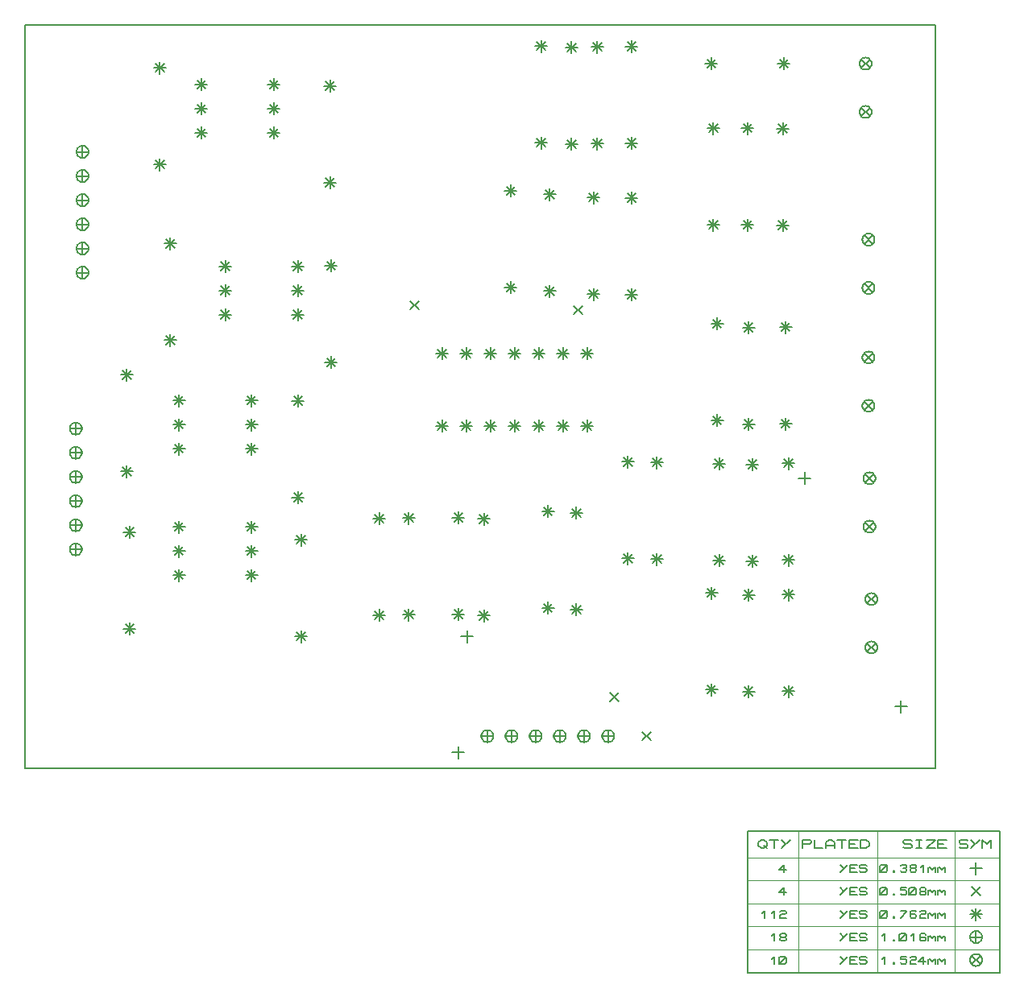
<source format=gbr>
G04 PROTEUS RS274X GERBER FILE*
%FSLAX45Y45*%
%MOMM*%
G01*
%ADD19C,0.203200*%
%ADD71C,0.127000*%
%ADD70C,0.063500*%
D19*
X+1344901Y+1104901D02*
X+1255099Y+1015099D01*
X+1344901Y+1015099D02*
X+1255099Y+1104901D01*
X+3784901Y-3425099D02*
X+3695099Y-3514901D01*
X+3784901Y-3514901D02*
X+3695099Y-3425099D01*
X+1850000Y-2356500D02*
X+1850000Y-2483500D01*
X+1913500Y-2420000D02*
X+1786500Y-2420000D01*
X+1760000Y-3576500D02*
X+1760000Y-3703500D01*
X+1823500Y-3640000D02*
X+1696500Y-3640000D01*
X+3064901Y+1054901D02*
X+2975099Y+965099D01*
X+3064901Y+965099D02*
X+2975099Y+1054901D01*
X+3444901Y-3015099D02*
X+3355099Y-3104901D01*
X+3444901Y-3104901D02*
X+3355099Y-3015099D01*
X+5400000Y-696500D02*
X+5400000Y-823500D01*
X+5463500Y-760000D02*
X+5336500Y-760000D01*
X+6410000Y-3096500D02*
X+6410000Y-3223500D01*
X+6473500Y-3160000D02*
X+6346500Y-3160000D01*
X+6103500Y+3092000D02*
X+6103275Y+3097335D01*
X+6101449Y+3108007D01*
X+6097624Y+3118679D01*
X+6091353Y+3129351D01*
X+6081780Y+3139819D01*
X+6071108Y+3147358D01*
X+6060436Y+3152122D01*
X+6049764Y+3154745D01*
X+6040000Y+3155500D01*
X+5976500Y+3092000D02*
X+5976725Y+3097335D01*
X+5978551Y+3108007D01*
X+5982376Y+3118679D01*
X+5988647Y+3129351D01*
X+5998220Y+3139819D01*
X+6008892Y+3147358D01*
X+6019564Y+3152122D01*
X+6030236Y+3154745D01*
X+6040000Y+3155500D01*
X+5976500Y+3092000D02*
X+5976725Y+3086665D01*
X+5978551Y+3075993D01*
X+5982376Y+3065321D01*
X+5988647Y+3054649D01*
X+5998220Y+3044181D01*
X+6008892Y+3036642D01*
X+6019564Y+3031878D01*
X+6030236Y+3029255D01*
X+6040000Y+3028500D01*
X+6103500Y+3092000D02*
X+6103275Y+3086665D01*
X+6101449Y+3075993D01*
X+6097624Y+3065321D01*
X+6091353Y+3054649D01*
X+6081780Y+3044181D01*
X+6071108Y+3036642D01*
X+6060436Y+3031878D01*
X+6049764Y+3029255D01*
X+6040000Y+3028500D01*
X+6084901Y+3136901D02*
X+5995099Y+3047099D01*
X+6084901Y+3047099D02*
X+5995099Y+3136901D01*
X+6103500Y+3600000D02*
X+6103275Y+3605335D01*
X+6101449Y+3616007D01*
X+6097624Y+3626679D01*
X+6091353Y+3637351D01*
X+6081780Y+3647819D01*
X+6071108Y+3655358D01*
X+6060436Y+3660122D01*
X+6049764Y+3662745D01*
X+6040000Y+3663500D01*
X+5976500Y+3600000D02*
X+5976725Y+3605335D01*
X+5978551Y+3616007D01*
X+5982376Y+3626679D01*
X+5988647Y+3637351D01*
X+5998220Y+3647819D01*
X+6008892Y+3655358D01*
X+6019564Y+3660122D01*
X+6030236Y+3662745D01*
X+6040000Y+3663500D01*
X+5976500Y+3600000D02*
X+5976725Y+3594665D01*
X+5978551Y+3583993D01*
X+5982376Y+3573321D01*
X+5988647Y+3562649D01*
X+5998220Y+3552181D01*
X+6008892Y+3544642D01*
X+6019564Y+3539878D01*
X+6030236Y+3537255D01*
X+6040000Y+3536500D01*
X+6103500Y+3600000D02*
X+6103275Y+3594665D01*
X+6101449Y+3583993D01*
X+6097624Y+3573321D01*
X+6091353Y+3562649D01*
X+6081780Y+3552181D01*
X+6071108Y+3544642D01*
X+6060436Y+3539878D01*
X+6049764Y+3537255D01*
X+6040000Y+3536500D01*
X+6084901Y+3644901D02*
X+5995099Y+3555099D01*
X+6084901Y+3555099D02*
X+5995099Y+3644901D01*
X+5180000Y+3663500D02*
X+5180000Y+3536500D01*
X+5243500Y+3600000D02*
X+5116500Y+3600000D01*
X+5224901Y+3644901D02*
X+5135099Y+3555099D01*
X+5224901Y+3555099D02*
X+5135099Y+3644901D01*
X+4418000Y+3663500D02*
X+4418000Y+3536500D01*
X+4481500Y+3600000D02*
X+4354500Y+3600000D01*
X+4462901Y+3644901D02*
X+4373099Y+3555099D01*
X+4462901Y+3555099D02*
X+4373099Y+3644901D01*
X+1588000Y+615500D02*
X+1588000Y+488500D01*
X+1651500Y+552000D02*
X+1524500Y+552000D01*
X+1632901Y+596901D02*
X+1543099Y+507099D01*
X+1632901Y+507099D02*
X+1543099Y+596901D01*
X+1842000Y+615500D02*
X+1842000Y+488500D01*
X+1905500Y+552000D02*
X+1778500Y+552000D01*
X+1886901Y+596901D02*
X+1797099Y+507099D01*
X+1886901Y+507099D02*
X+1797099Y+596901D01*
X+2096000Y+615500D02*
X+2096000Y+488500D01*
X+2159500Y+552000D02*
X+2032500Y+552000D01*
X+2140901Y+596901D02*
X+2051099Y+507099D01*
X+2140901Y+507099D02*
X+2051099Y+596901D01*
X+2350000Y+615500D02*
X+2350000Y+488500D01*
X+2413500Y+552000D02*
X+2286500Y+552000D01*
X+2394901Y+596901D02*
X+2305099Y+507099D01*
X+2394901Y+507099D02*
X+2305099Y+596901D01*
X+2604000Y+615500D02*
X+2604000Y+488500D01*
X+2667500Y+552000D02*
X+2540500Y+552000D01*
X+2648901Y+596901D02*
X+2559099Y+507099D01*
X+2648901Y+507099D02*
X+2559099Y+596901D01*
X+2858000Y+615500D02*
X+2858000Y+488500D01*
X+2921500Y+552000D02*
X+2794500Y+552000D01*
X+2902901Y+596901D02*
X+2813099Y+507099D01*
X+2902901Y+507099D02*
X+2813099Y+596901D01*
X+3112000Y+615500D02*
X+3112000Y+488500D01*
X+3175500Y+552000D02*
X+3048500Y+552000D01*
X+3156901Y+596901D02*
X+3067099Y+507099D01*
X+3156901Y+507099D02*
X+3067099Y+596901D01*
X+3112000Y-146500D02*
X+3112000Y-273500D01*
X+3175500Y-210000D02*
X+3048500Y-210000D01*
X+3156901Y-165099D02*
X+3067099Y-254901D01*
X+3156901Y-254901D02*
X+3067099Y-165099D01*
X+2858000Y-146500D02*
X+2858000Y-273500D01*
X+2921500Y-210000D02*
X+2794500Y-210000D01*
X+2902901Y-165099D02*
X+2813099Y-254901D01*
X+2902901Y-254901D02*
X+2813099Y-165099D01*
X+2604000Y-146500D02*
X+2604000Y-273500D01*
X+2667500Y-210000D02*
X+2540500Y-210000D01*
X+2648901Y-165099D02*
X+2559099Y-254901D01*
X+2648901Y-254901D02*
X+2559099Y-165099D01*
X+2350000Y-146500D02*
X+2350000Y-273500D01*
X+2413500Y-210000D02*
X+2286500Y-210000D01*
X+2394901Y-165099D02*
X+2305099Y-254901D01*
X+2394901Y-254901D02*
X+2305099Y-165099D01*
X+2096000Y-146500D02*
X+2096000Y-273500D01*
X+2159500Y-210000D02*
X+2032500Y-210000D01*
X+2140901Y-165099D02*
X+2051099Y-254901D01*
X+2140901Y-254901D02*
X+2051099Y-165099D01*
X+1842000Y-146500D02*
X+1842000Y-273500D01*
X+1905500Y-210000D02*
X+1778500Y-210000D01*
X+1886901Y-165099D02*
X+1797099Y-254901D01*
X+1886901Y-254901D02*
X+1797099Y-165099D01*
X+1588000Y-146500D02*
X+1588000Y-273500D01*
X+1651500Y-210000D02*
X+1524500Y-210000D01*
X+1632901Y-165099D02*
X+1543099Y-254901D01*
X+1632901Y-254901D02*
X+1543099Y-165099D01*
X+6133500Y+1242000D02*
X+6133275Y+1247335D01*
X+6131449Y+1258007D01*
X+6127624Y+1268679D01*
X+6121353Y+1279351D01*
X+6111780Y+1289819D01*
X+6101108Y+1297358D01*
X+6090436Y+1302122D01*
X+6079764Y+1304745D01*
X+6070000Y+1305500D01*
X+6006500Y+1242000D02*
X+6006725Y+1247335D01*
X+6008551Y+1258007D01*
X+6012376Y+1268679D01*
X+6018647Y+1279351D01*
X+6028220Y+1289819D01*
X+6038892Y+1297358D01*
X+6049564Y+1302122D01*
X+6060236Y+1304745D01*
X+6070000Y+1305500D01*
X+6006500Y+1242000D02*
X+6006725Y+1236665D01*
X+6008551Y+1225993D01*
X+6012376Y+1215321D01*
X+6018647Y+1204649D01*
X+6028220Y+1194181D01*
X+6038892Y+1186642D01*
X+6049564Y+1181878D01*
X+6060236Y+1179255D01*
X+6070000Y+1178500D01*
X+6133500Y+1242000D02*
X+6133275Y+1236665D01*
X+6131449Y+1225993D01*
X+6127624Y+1215321D01*
X+6121353Y+1204649D01*
X+6111780Y+1194181D01*
X+6101108Y+1186642D01*
X+6090436Y+1181878D01*
X+6079764Y+1179255D01*
X+6070000Y+1178500D01*
X+6114901Y+1286901D02*
X+6025099Y+1197099D01*
X+6114901Y+1197099D02*
X+6025099Y+1286901D01*
X+6133500Y+1750000D02*
X+6133275Y+1755335D01*
X+6131449Y+1766007D01*
X+6127624Y+1776679D01*
X+6121353Y+1787351D01*
X+6111780Y+1797819D01*
X+6101108Y+1805358D01*
X+6090436Y+1810122D01*
X+6079764Y+1812745D01*
X+6070000Y+1813500D01*
X+6006500Y+1750000D02*
X+6006725Y+1755335D01*
X+6008551Y+1766007D01*
X+6012376Y+1776679D01*
X+6018647Y+1787351D01*
X+6028220Y+1797819D01*
X+6038892Y+1805358D01*
X+6049564Y+1810122D01*
X+6060236Y+1812745D01*
X+6070000Y+1813500D01*
X+6006500Y+1750000D02*
X+6006725Y+1744665D01*
X+6008551Y+1733993D01*
X+6012376Y+1723321D01*
X+6018647Y+1712649D01*
X+6028220Y+1702181D01*
X+6038892Y+1694642D01*
X+6049564Y+1689878D01*
X+6060236Y+1687255D01*
X+6070000Y+1686500D01*
X+6133500Y+1750000D02*
X+6133275Y+1744665D01*
X+6131449Y+1733993D01*
X+6127624Y+1723321D01*
X+6121353Y+1712649D01*
X+6111780Y+1702181D01*
X+6101108Y+1694642D01*
X+6090436Y+1689878D01*
X+6079764Y+1687255D01*
X+6070000Y+1686500D01*
X+6114901Y+1794901D02*
X+6025099Y+1705099D01*
X+6114901Y+1705099D02*
X+6025099Y+1794901D01*
X+6133500Y+2000D02*
X+6133275Y+7335D01*
X+6131449Y+18007D01*
X+6127624Y+28679D01*
X+6121353Y+39351D01*
X+6111780Y+49819D01*
X+6101108Y+57358D01*
X+6090436Y+62122D01*
X+6079764Y+64745D01*
X+6070000Y+65500D01*
X+6006500Y+2000D02*
X+6006725Y+7335D01*
X+6008551Y+18007D01*
X+6012376Y+28679D01*
X+6018647Y+39351D01*
X+6028220Y+49819D01*
X+6038892Y+57358D01*
X+6049564Y+62122D01*
X+6060236Y+64745D01*
X+6070000Y+65500D01*
X+6006500Y+2000D02*
X+6006725Y-3335D01*
X+6008551Y-14007D01*
X+6012376Y-24679D01*
X+6018647Y-35351D01*
X+6028220Y-45819D01*
X+6038892Y-53358D01*
X+6049564Y-58122D01*
X+6060236Y-60745D01*
X+6070000Y-61500D01*
X+6133500Y+2000D02*
X+6133275Y-3335D01*
X+6131449Y-14007D01*
X+6127624Y-24679D01*
X+6121353Y-35351D01*
X+6111780Y-45819D01*
X+6101108Y-53358D01*
X+6090436Y-58122D01*
X+6079764Y-60745D01*
X+6070000Y-61500D01*
X+6114901Y+46901D02*
X+6025099Y-42901D01*
X+6114901Y-42901D02*
X+6025099Y+46901D01*
X+6133500Y+510000D02*
X+6133275Y+515335D01*
X+6131449Y+526007D01*
X+6127624Y+536679D01*
X+6121353Y+547351D01*
X+6111780Y+557819D01*
X+6101108Y+565358D01*
X+6090436Y+570122D01*
X+6079764Y+572745D01*
X+6070000Y+573500D01*
X+6006500Y+510000D02*
X+6006725Y+515335D01*
X+6008551Y+526007D01*
X+6012376Y+536679D01*
X+6018647Y+547351D01*
X+6028220Y+557819D01*
X+6038892Y+565358D01*
X+6049564Y+570122D01*
X+6060236Y+572745D01*
X+6070000Y+573500D01*
X+6006500Y+510000D02*
X+6006725Y+504665D01*
X+6008551Y+493993D01*
X+6012376Y+483321D01*
X+6018647Y+472649D01*
X+6028220Y+462181D01*
X+6038892Y+454642D01*
X+6049564Y+449878D01*
X+6060236Y+447255D01*
X+6070000Y+446500D01*
X+6133500Y+510000D02*
X+6133275Y+504665D01*
X+6131449Y+493993D01*
X+6127624Y+483321D01*
X+6121353Y+472649D01*
X+6111780Y+462181D01*
X+6101108Y+454642D01*
X+6090436Y+449878D01*
X+6079764Y+447255D01*
X+6070000Y+446500D01*
X+6114901Y+554901D02*
X+6025099Y+465099D01*
X+6114901Y+465099D02*
X+6025099Y+554901D01*
X-2126500Y+2672000D02*
X-2126725Y+2677335D01*
X-2128551Y+2688007D01*
X-2132376Y+2698679D01*
X-2138647Y+2709351D01*
X-2148220Y+2719819D01*
X-2158892Y+2727358D01*
X-2169564Y+2732122D01*
X-2180236Y+2734745D01*
X-2190000Y+2735500D01*
X-2253500Y+2672000D02*
X-2253275Y+2677335D01*
X-2251449Y+2688007D01*
X-2247624Y+2698679D01*
X-2241353Y+2709351D01*
X-2231780Y+2719819D01*
X-2221108Y+2727358D01*
X-2210436Y+2732122D01*
X-2199764Y+2734745D01*
X-2190000Y+2735500D01*
X-2253500Y+2672000D02*
X-2253275Y+2666665D01*
X-2251449Y+2655993D01*
X-2247624Y+2645321D01*
X-2241353Y+2634649D01*
X-2231780Y+2624181D01*
X-2221108Y+2616642D01*
X-2210436Y+2611878D01*
X-2199764Y+2609255D01*
X-2190000Y+2608500D01*
X-2126500Y+2672000D02*
X-2126725Y+2666665D01*
X-2128551Y+2655993D01*
X-2132376Y+2645321D01*
X-2138647Y+2634649D01*
X-2148220Y+2624181D01*
X-2158892Y+2616642D01*
X-2169564Y+2611878D01*
X-2180236Y+2609255D01*
X-2190000Y+2608500D01*
X-2190000Y+2735500D02*
X-2190000Y+2608500D01*
X-2126500Y+2672000D02*
X-2253500Y+2672000D01*
X-2126500Y+2418000D02*
X-2126725Y+2423335D01*
X-2128551Y+2434007D01*
X-2132376Y+2444679D01*
X-2138647Y+2455351D01*
X-2148220Y+2465819D01*
X-2158892Y+2473358D01*
X-2169564Y+2478122D01*
X-2180236Y+2480745D01*
X-2190000Y+2481500D01*
X-2253500Y+2418000D02*
X-2253275Y+2423335D01*
X-2251449Y+2434007D01*
X-2247624Y+2444679D01*
X-2241353Y+2455351D01*
X-2231780Y+2465819D01*
X-2221108Y+2473358D01*
X-2210436Y+2478122D01*
X-2199764Y+2480745D01*
X-2190000Y+2481500D01*
X-2253500Y+2418000D02*
X-2253275Y+2412665D01*
X-2251449Y+2401993D01*
X-2247624Y+2391321D01*
X-2241353Y+2380649D01*
X-2231780Y+2370181D01*
X-2221108Y+2362642D01*
X-2210436Y+2357878D01*
X-2199764Y+2355255D01*
X-2190000Y+2354500D01*
X-2126500Y+2418000D02*
X-2126725Y+2412665D01*
X-2128551Y+2401993D01*
X-2132376Y+2391321D01*
X-2138647Y+2380649D01*
X-2148220Y+2370181D01*
X-2158892Y+2362642D01*
X-2169564Y+2357878D01*
X-2180236Y+2355255D01*
X-2190000Y+2354500D01*
X-2190000Y+2481500D02*
X-2190000Y+2354500D01*
X-2126500Y+2418000D02*
X-2253500Y+2418000D01*
X-2126500Y+2164000D02*
X-2126725Y+2169335D01*
X-2128551Y+2180007D01*
X-2132376Y+2190679D01*
X-2138647Y+2201351D01*
X-2148220Y+2211819D01*
X-2158892Y+2219358D01*
X-2169564Y+2224122D01*
X-2180236Y+2226745D01*
X-2190000Y+2227500D01*
X-2253500Y+2164000D02*
X-2253275Y+2169335D01*
X-2251449Y+2180007D01*
X-2247624Y+2190679D01*
X-2241353Y+2201351D01*
X-2231780Y+2211819D01*
X-2221108Y+2219358D01*
X-2210436Y+2224122D01*
X-2199764Y+2226745D01*
X-2190000Y+2227500D01*
X-2253500Y+2164000D02*
X-2253275Y+2158665D01*
X-2251449Y+2147993D01*
X-2247624Y+2137321D01*
X-2241353Y+2126649D01*
X-2231780Y+2116181D01*
X-2221108Y+2108642D01*
X-2210436Y+2103878D01*
X-2199764Y+2101255D01*
X-2190000Y+2100500D01*
X-2126500Y+2164000D02*
X-2126725Y+2158665D01*
X-2128551Y+2147993D01*
X-2132376Y+2137321D01*
X-2138647Y+2126649D01*
X-2148220Y+2116181D01*
X-2158892Y+2108642D01*
X-2169564Y+2103878D01*
X-2180236Y+2101255D01*
X-2190000Y+2100500D01*
X-2190000Y+2227500D02*
X-2190000Y+2100500D01*
X-2126500Y+2164000D02*
X-2253500Y+2164000D01*
X-2126500Y+1910000D02*
X-2126725Y+1915335D01*
X-2128551Y+1926007D01*
X-2132376Y+1936679D01*
X-2138647Y+1947351D01*
X-2148220Y+1957819D01*
X-2158892Y+1965358D01*
X-2169564Y+1970122D01*
X-2180236Y+1972745D01*
X-2190000Y+1973500D01*
X-2253500Y+1910000D02*
X-2253275Y+1915335D01*
X-2251449Y+1926007D01*
X-2247624Y+1936679D01*
X-2241353Y+1947351D01*
X-2231780Y+1957819D01*
X-2221108Y+1965358D01*
X-2210436Y+1970122D01*
X-2199764Y+1972745D01*
X-2190000Y+1973500D01*
X-2253500Y+1910000D02*
X-2253275Y+1904665D01*
X-2251449Y+1893993D01*
X-2247624Y+1883321D01*
X-2241353Y+1872649D01*
X-2231780Y+1862181D01*
X-2221108Y+1854642D01*
X-2210436Y+1849878D01*
X-2199764Y+1847255D01*
X-2190000Y+1846500D01*
X-2126500Y+1910000D02*
X-2126725Y+1904665D01*
X-2128551Y+1893993D01*
X-2132376Y+1883321D01*
X-2138647Y+1872649D01*
X-2148220Y+1862181D01*
X-2158892Y+1854642D01*
X-2169564Y+1849878D01*
X-2180236Y+1847255D01*
X-2190000Y+1846500D01*
X-2190000Y+1973500D02*
X-2190000Y+1846500D01*
X-2126500Y+1910000D02*
X-2253500Y+1910000D01*
X-2126500Y+1656000D02*
X-2126725Y+1661335D01*
X-2128551Y+1672007D01*
X-2132376Y+1682679D01*
X-2138647Y+1693351D01*
X-2148220Y+1703819D01*
X-2158892Y+1711358D01*
X-2169564Y+1716122D01*
X-2180236Y+1718745D01*
X-2190000Y+1719500D01*
X-2253500Y+1656000D02*
X-2253275Y+1661335D01*
X-2251449Y+1672007D01*
X-2247624Y+1682679D01*
X-2241353Y+1693351D01*
X-2231780Y+1703819D01*
X-2221108Y+1711358D01*
X-2210436Y+1716122D01*
X-2199764Y+1718745D01*
X-2190000Y+1719500D01*
X-2253500Y+1656000D02*
X-2253275Y+1650665D01*
X-2251449Y+1639993D01*
X-2247624Y+1629321D01*
X-2241353Y+1618649D01*
X-2231780Y+1608181D01*
X-2221108Y+1600642D01*
X-2210436Y+1595878D01*
X-2199764Y+1593255D01*
X-2190000Y+1592500D01*
X-2126500Y+1656000D02*
X-2126725Y+1650665D01*
X-2128551Y+1639993D01*
X-2132376Y+1629321D01*
X-2138647Y+1618649D01*
X-2148220Y+1608181D01*
X-2158892Y+1600642D01*
X-2169564Y+1595878D01*
X-2180236Y+1593255D01*
X-2190000Y+1592500D01*
X-2190000Y+1719500D02*
X-2190000Y+1592500D01*
X-2126500Y+1656000D02*
X-2253500Y+1656000D01*
X-2126500Y+1402000D02*
X-2126725Y+1407335D01*
X-2128551Y+1418007D01*
X-2132376Y+1428679D01*
X-2138647Y+1439351D01*
X-2148220Y+1449819D01*
X-2158892Y+1457358D01*
X-2169564Y+1462122D01*
X-2180236Y+1464745D01*
X-2190000Y+1465500D01*
X-2253500Y+1402000D02*
X-2253275Y+1407335D01*
X-2251449Y+1418007D01*
X-2247624Y+1428679D01*
X-2241353Y+1439351D01*
X-2231780Y+1449819D01*
X-2221108Y+1457358D01*
X-2210436Y+1462122D01*
X-2199764Y+1464745D01*
X-2190000Y+1465500D01*
X-2253500Y+1402000D02*
X-2253275Y+1396665D01*
X-2251449Y+1385993D01*
X-2247624Y+1375321D01*
X-2241353Y+1364649D01*
X-2231780Y+1354181D01*
X-2221108Y+1346642D01*
X-2210436Y+1341878D01*
X-2199764Y+1339255D01*
X-2190000Y+1338500D01*
X-2126500Y+1402000D02*
X-2126725Y+1396665D01*
X-2128551Y+1385993D01*
X-2132376Y+1375321D01*
X-2138647Y+1364649D01*
X-2148220Y+1354181D01*
X-2158892Y+1346642D01*
X-2169564Y+1341878D01*
X-2180236Y+1339255D01*
X-2190000Y+1338500D01*
X-2190000Y+1465500D02*
X-2190000Y+1338500D01*
X-2126500Y+1402000D02*
X-2253500Y+1402000D01*
X+6143500Y-1268000D02*
X+6143275Y-1262665D01*
X+6141449Y-1251993D01*
X+6137624Y-1241321D01*
X+6131353Y-1230649D01*
X+6121780Y-1220181D01*
X+6111108Y-1212642D01*
X+6100436Y-1207878D01*
X+6089764Y-1205255D01*
X+6080000Y-1204500D01*
X+6016500Y-1268000D02*
X+6016725Y-1262665D01*
X+6018551Y-1251993D01*
X+6022376Y-1241321D01*
X+6028647Y-1230649D01*
X+6038220Y-1220181D01*
X+6048892Y-1212642D01*
X+6059564Y-1207878D01*
X+6070236Y-1205255D01*
X+6080000Y-1204500D01*
X+6016500Y-1268000D02*
X+6016725Y-1273335D01*
X+6018551Y-1284007D01*
X+6022376Y-1294679D01*
X+6028647Y-1305351D01*
X+6038220Y-1315819D01*
X+6048892Y-1323358D01*
X+6059564Y-1328122D01*
X+6070236Y-1330745D01*
X+6080000Y-1331500D01*
X+6143500Y-1268000D02*
X+6143275Y-1273335D01*
X+6141449Y-1284007D01*
X+6137624Y-1294679D01*
X+6131353Y-1305351D01*
X+6121780Y-1315819D01*
X+6111108Y-1323358D01*
X+6100436Y-1328122D01*
X+6089764Y-1330745D01*
X+6080000Y-1331500D01*
X+6124901Y-1223099D02*
X+6035099Y-1312901D01*
X+6124901Y-1312901D02*
X+6035099Y-1223099D01*
X+6143500Y-760000D02*
X+6143275Y-754665D01*
X+6141449Y-743993D01*
X+6137624Y-733321D01*
X+6131353Y-722649D01*
X+6121780Y-712181D01*
X+6111108Y-704642D01*
X+6100436Y-699878D01*
X+6089764Y-697255D01*
X+6080000Y-696500D01*
X+6016500Y-760000D02*
X+6016725Y-754665D01*
X+6018551Y-743993D01*
X+6022376Y-733321D01*
X+6028647Y-722649D01*
X+6038220Y-712181D01*
X+6048892Y-704642D01*
X+6059564Y-699878D01*
X+6070236Y-697255D01*
X+6080000Y-696500D01*
X+6016500Y-760000D02*
X+6016725Y-765335D01*
X+6018551Y-776007D01*
X+6022376Y-786679D01*
X+6028647Y-797351D01*
X+6038220Y-807819D01*
X+6048892Y-815358D01*
X+6059564Y-820122D01*
X+6070236Y-822745D01*
X+6080000Y-823500D01*
X+6143500Y-760000D02*
X+6143275Y-765335D01*
X+6141449Y-776007D01*
X+6137624Y-786679D01*
X+6131353Y-797351D01*
X+6121780Y-807819D01*
X+6111108Y-815358D01*
X+6100436Y-820122D01*
X+6089764Y-822745D01*
X+6080000Y-823500D01*
X+6124901Y-715099D02*
X+6035099Y-804901D01*
X+6124901Y-804901D02*
X+6035099Y-715099D01*
X+6163500Y-2538000D02*
X+6163275Y-2532665D01*
X+6161449Y-2521993D01*
X+6157624Y-2511321D01*
X+6151353Y-2500649D01*
X+6141780Y-2490181D01*
X+6131108Y-2482642D01*
X+6120436Y-2477878D01*
X+6109764Y-2475255D01*
X+6100000Y-2474500D01*
X+6036500Y-2538000D02*
X+6036725Y-2532665D01*
X+6038551Y-2521993D01*
X+6042376Y-2511321D01*
X+6048647Y-2500649D01*
X+6058220Y-2490181D01*
X+6068892Y-2482642D01*
X+6079564Y-2477878D01*
X+6090236Y-2475255D01*
X+6100000Y-2474500D01*
X+6036500Y-2538000D02*
X+6036725Y-2543335D01*
X+6038551Y-2554007D01*
X+6042376Y-2564679D01*
X+6048647Y-2575351D01*
X+6058220Y-2585819D01*
X+6068892Y-2593358D01*
X+6079564Y-2598122D01*
X+6090236Y-2600745D01*
X+6100000Y-2601500D01*
X+6163500Y-2538000D02*
X+6163275Y-2543335D01*
X+6161449Y-2554007D01*
X+6157624Y-2564679D01*
X+6151353Y-2575351D01*
X+6141780Y-2585819D01*
X+6131108Y-2593358D01*
X+6120436Y-2598122D01*
X+6109764Y-2600745D01*
X+6100000Y-2601500D01*
X+6144901Y-2493099D02*
X+6055099Y-2582901D01*
X+6144901Y-2582901D02*
X+6055099Y-2493099D01*
X+6163500Y-2030000D02*
X+6163275Y-2024665D01*
X+6161449Y-2013993D01*
X+6157624Y-2003321D01*
X+6151353Y-1992649D01*
X+6141780Y-1982181D01*
X+6131108Y-1974642D01*
X+6120436Y-1969878D01*
X+6109764Y-1967255D01*
X+6100000Y-1966500D01*
X+6036500Y-2030000D02*
X+6036725Y-2024665D01*
X+6038551Y-2013993D01*
X+6042376Y-2003321D01*
X+6048647Y-1992649D01*
X+6058220Y-1982181D01*
X+6068892Y-1974642D01*
X+6079564Y-1969878D01*
X+6090236Y-1967255D01*
X+6100000Y-1966500D01*
X+6036500Y-2030000D02*
X+6036725Y-2035335D01*
X+6038551Y-2046007D01*
X+6042376Y-2056679D01*
X+6048647Y-2067351D01*
X+6058220Y-2077819D01*
X+6068892Y-2085358D01*
X+6079564Y-2090122D01*
X+6090236Y-2092745D01*
X+6100000Y-2093500D01*
X+6163500Y-2030000D02*
X+6163275Y-2035335D01*
X+6161449Y-2046007D01*
X+6157624Y-2056679D01*
X+6151353Y-2067351D01*
X+6141780Y-2077819D01*
X+6131108Y-2085358D01*
X+6120436Y-2090122D01*
X+6109764Y-2092745D01*
X+6100000Y-2093500D01*
X+6144901Y-1985099D02*
X+6055099Y-2074901D01*
X+6144901Y-2074901D02*
X+6055099Y-1985099D01*
X+3397500Y-3470000D02*
X+3397275Y-3464665D01*
X+3395449Y-3453993D01*
X+3391624Y-3443321D01*
X+3385353Y-3432649D01*
X+3375780Y-3422181D01*
X+3365108Y-3414642D01*
X+3354436Y-3409878D01*
X+3343764Y-3407255D01*
X+3334000Y-3406500D01*
X+3270500Y-3470000D02*
X+3270725Y-3464665D01*
X+3272551Y-3453993D01*
X+3276376Y-3443321D01*
X+3282647Y-3432649D01*
X+3292220Y-3422181D01*
X+3302892Y-3414642D01*
X+3313564Y-3409878D01*
X+3324236Y-3407255D01*
X+3334000Y-3406500D01*
X+3270500Y-3470000D02*
X+3270725Y-3475335D01*
X+3272551Y-3486007D01*
X+3276376Y-3496679D01*
X+3282647Y-3507351D01*
X+3292220Y-3517819D01*
X+3302892Y-3525358D01*
X+3313564Y-3530122D01*
X+3324236Y-3532745D01*
X+3334000Y-3533500D01*
X+3397500Y-3470000D02*
X+3397275Y-3475335D01*
X+3395449Y-3486007D01*
X+3391624Y-3496679D01*
X+3385353Y-3507351D01*
X+3375780Y-3517819D01*
X+3365108Y-3525358D01*
X+3354436Y-3530122D01*
X+3343764Y-3532745D01*
X+3334000Y-3533500D01*
X+3334000Y-3406500D02*
X+3334000Y-3533500D01*
X+3397500Y-3470000D02*
X+3270500Y-3470000D01*
X+3143500Y-3470000D02*
X+3143275Y-3464665D01*
X+3141449Y-3453993D01*
X+3137624Y-3443321D01*
X+3131353Y-3432649D01*
X+3121780Y-3422181D01*
X+3111108Y-3414642D01*
X+3100436Y-3409878D01*
X+3089764Y-3407255D01*
X+3080000Y-3406500D01*
X+3016500Y-3470000D02*
X+3016725Y-3464665D01*
X+3018551Y-3453993D01*
X+3022376Y-3443321D01*
X+3028647Y-3432649D01*
X+3038220Y-3422181D01*
X+3048892Y-3414642D01*
X+3059564Y-3409878D01*
X+3070236Y-3407255D01*
X+3080000Y-3406500D01*
X+3016500Y-3470000D02*
X+3016725Y-3475335D01*
X+3018551Y-3486007D01*
X+3022376Y-3496679D01*
X+3028647Y-3507351D01*
X+3038220Y-3517819D01*
X+3048892Y-3525358D01*
X+3059564Y-3530122D01*
X+3070236Y-3532745D01*
X+3080000Y-3533500D01*
X+3143500Y-3470000D02*
X+3143275Y-3475335D01*
X+3141449Y-3486007D01*
X+3137624Y-3496679D01*
X+3131353Y-3507351D01*
X+3121780Y-3517819D01*
X+3111108Y-3525358D01*
X+3100436Y-3530122D01*
X+3089764Y-3532745D01*
X+3080000Y-3533500D01*
X+3080000Y-3406500D02*
X+3080000Y-3533500D01*
X+3143500Y-3470000D02*
X+3016500Y-3470000D01*
X+2889500Y-3470000D02*
X+2889275Y-3464665D01*
X+2887449Y-3453993D01*
X+2883624Y-3443321D01*
X+2877353Y-3432649D01*
X+2867780Y-3422181D01*
X+2857108Y-3414642D01*
X+2846436Y-3409878D01*
X+2835764Y-3407255D01*
X+2826000Y-3406500D01*
X+2762500Y-3470000D02*
X+2762725Y-3464665D01*
X+2764551Y-3453993D01*
X+2768376Y-3443321D01*
X+2774647Y-3432649D01*
X+2784220Y-3422181D01*
X+2794892Y-3414642D01*
X+2805564Y-3409878D01*
X+2816236Y-3407255D01*
X+2826000Y-3406500D01*
X+2762500Y-3470000D02*
X+2762725Y-3475335D01*
X+2764551Y-3486007D01*
X+2768376Y-3496679D01*
X+2774647Y-3507351D01*
X+2784220Y-3517819D01*
X+2794892Y-3525358D01*
X+2805564Y-3530122D01*
X+2816236Y-3532745D01*
X+2826000Y-3533500D01*
X+2889500Y-3470000D02*
X+2889275Y-3475335D01*
X+2887449Y-3486007D01*
X+2883624Y-3496679D01*
X+2877353Y-3507351D01*
X+2867780Y-3517819D01*
X+2857108Y-3525358D01*
X+2846436Y-3530122D01*
X+2835764Y-3532745D01*
X+2826000Y-3533500D01*
X+2826000Y-3406500D02*
X+2826000Y-3533500D01*
X+2889500Y-3470000D02*
X+2762500Y-3470000D01*
X+2635500Y-3470000D02*
X+2635275Y-3464665D01*
X+2633449Y-3453993D01*
X+2629624Y-3443321D01*
X+2623353Y-3432649D01*
X+2613780Y-3422181D01*
X+2603108Y-3414642D01*
X+2592436Y-3409878D01*
X+2581764Y-3407255D01*
X+2572000Y-3406500D01*
X+2508500Y-3470000D02*
X+2508725Y-3464665D01*
X+2510551Y-3453993D01*
X+2514376Y-3443321D01*
X+2520647Y-3432649D01*
X+2530220Y-3422181D01*
X+2540892Y-3414642D01*
X+2551564Y-3409878D01*
X+2562236Y-3407255D01*
X+2572000Y-3406500D01*
X+2508500Y-3470000D02*
X+2508725Y-3475335D01*
X+2510551Y-3486007D01*
X+2514376Y-3496679D01*
X+2520647Y-3507351D01*
X+2530220Y-3517819D01*
X+2540892Y-3525358D01*
X+2551564Y-3530122D01*
X+2562236Y-3532745D01*
X+2572000Y-3533500D01*
X+2635500Y-3470000D02*
X+2635275Y-3475335D01*
X+2633449Y-3486007D01*
X+2629624Y-3496679D01*
X+2623353Y-3507351D01*
X+2613780Y-3517819D01*
X+2603108Y-3525358D01*
X+2592436Y-3530122D01*
X+2581764Y-3532745D01*
X+2572000Y-3533500D01*
X+2572000Y-3406500D02*
X+2572000Y-3533500D01*
X+2635500Y-3470000D02*
X+2508500Y-3470000D01*
X+2381500Y-3470000D02*
X+2381275Y-3464665D01*
X+2379449Y-3453993D01*
X+2375624Y-3443321D01*
X+2369353Y-3432649D01*
X+2359780Y-3422181D01*
X+2349108Y-3414642D01*
X+2338436Y-3409878D01*
X+2327764Y-3407255D01*
X+2318000Y-3406500D01*
X+2254500Y-3470000D02*
X+2254725Y-3464665D01*
X+2256551Y-3453993D01*
X+2260376Y-3443321D01*
X+2266647Y-3432649D01*
X+2276220Y-3422181D01*
X+2286892Y-3414642D01*
X+2297564Y-3409878D01*
X+2308236Y-3407255D01*
X+2318000Y-3406500D01*
X+2254500Y-3470000D02*
X+2254725Y-3475335D01*
X+2256551Y-3486007D01*
X+2260376Y-3496679D01*
X+2266647Y-3507351D01*
X+2276220Y-3517819D01*
X+2286892Y-3525358D01*
X+2297564Y-3530122D01*
X+2308236Y-3532745D01*
X+2318000Y-3533500D01*
X+2381500Y-3470000D02*
X+2381275Y-3475335D01*
X+2379449Y-3486007D01*
X+2375624Y-3496679D01*
X+2369353Y-3507351D01*
X+2359780Y-3517819D01*
X+2349108Y-3525358D01*
X+2338436Y-3530122D01*
X+2327764Y-3532745D01*
X+2318000Y-3533500D01*
X+2318000Y-3406500D02*
X+2318000Y-3533500D01*
X+2381500Y-3470000D02*
X+2254500Y-3470000D01*
X+2127500Y-3470000D02*
X+2127275Y-3464665D01*
X+2125449Y-3453993D01*
X+2121624Y-3443321D01*
X+2115353Y-3432649D01*
X+2105780Y-3422181D01*
X+2095108Y-3414642D01*
X+2084436Y-3409878D01*
X+2073764Y-3407255D01*
X+2064000Y-3406500D01*
X+2000500Y-3470000D02*
X+2000725Y-3464665D01*
X+2002551Y-3453993D01*
X+2006376Y-3443321D01*
X+2012647Y-3432649D01*
X+2022220Y-3422181D01*
X+2032892Y-3414642D01*
X+2043564Y-3409878D01*
X+2054236Y-3407255D01*
X+2064000Y-3406500D01*
X+2000500Y-3470000D02*
X+2000725Y-3475335D01*
X+2002551Y-3486007D01*
X+2006376Y-3496679D01*
X+2012647Y-3507351D01*
X+2022220Y-3517819D01*
X+2032892Y-3525358D01*
X+2043564Y-3530122D01*
X+2054236Y-3532745D01*
X+2064000Y-3533500D01*
X+2127500Y-3470000D02*
X+2127275Y-3475335D01*
X+2125449Y-3486007D01*
X+2121624Y-3496679D01*
X+2115353Y-3507351D01*
X+2105780Y-3517819D01*
X+2095108Y-3525358D01*
X+2084436Y-3530122D01*
X+2073764Y-3532745D01*
X+2064000Y-3533500D01*
X+2064000Y-3406500D02*
X+2064000Y-3533500D01*
X+2127500Y-3470000D02*
X+2000500Y-3470000D01*
X+4800000Y+1969500D02*
X+4800000Y+1842500D01*
X+4863500Y+1906000D02*
X+4736500Y+1906000D01*
X+4844901Y+1950901D02*
X+4755099Y+1861099D01*
X+4844901Y+1861099D02*
X+4755099Y+1950901D01*
X+4800000Y+2985500D02*
X+4800000Y+2858500D01*
X+4863500Y+2922000D02*
X+4736500Y+2922000D01*
X+4844901Y+2966901D02*
X+4755099Y+2877099D01*
X+4844901Y+2877099D02*
X+4755099Y+2966901D01*
X+4440000Y+1969500D02*
X+4440000Y+1842500D01*
X+4503500Y+1906000D02*
X+4376500Y+1906000D01*
X+4484901Y+1950901D02*
X+4395099Y+1861099D01*
X+4484901Y+1861099D02*
X+4395099Y+1950901D01*
X+4440000Y+2985500D02*
X+4440000Y+2858500D01*
X+4503500Y+2922000D02*
X+4376500Y+2922000D01*
X+4484901Y+2966901D02*
X+4395099Y+2877099D01*
X+4484901Y+2877099D02*
X+4395099Y+2966901D01*
X+5170000Y+2979500D02*
X+5170000Y+2852500D01*
X+5233500Y+2916000D02*
X+5106500Y+2916000D01*
X+5214901Y+2960901D02*
X+5125099Y+2871099D01*
X+5214901Y+2871099D02*
X+5125099Y+2960901D01*
X+5170000Y+1963500D02*
X+5170000Y+1836500D01*
X+5233500Y+1900000D02*
X+5106500Y+1900000D01*
X+5214901Y+1944901D02*
X+5125099Y+1855099D01*
X+5214901Y+1855099D02*
X+5125099Y+1944901D01*
X+4480000Y-86500D02*
X+4480000Y-213500D01*
X+4543500Y-150000D02*
X+4416500Y-150000D01*
X+4524901Y-105099D02*
X+4435099Y-194901D01*
X+4524901Y-194901D02*
X+4435099Y-105099D01*
X+4480000Y+929500D02*
X+4480000Y+802500D01*
X+4543500Y+866000D02*
X+4416500Y+866000D01*
X+4524901Y+910901D02*
X+4435099Y+821099D01*
X+4524901Y+821099D02*
X+4435099Y+910901D01*
X+5200000Y+893500D02*
X+5200000Y+766500D01*
X+5263500Y+830000D02*
X+5136500Y+830000D01*
X+5244901Y+874901D02*
X+5155099Y+785099D01*
X+5244901Y+785099D02*
X+5155099Y+874901D01*
X+5200000Y-122500D02*
X+5200000Y-249500D01*
X+5263500Y-186000D02*
X+5136500Y-186000D01*
X+5244901Y-141099D02*
X+5155099Y-230901D01*
X+5244901Y-230901D02*
X+5155099Y-141099D01*
X+2720000Y+1273500D02*
X+2720000Y+1146500D01*
X+2783500Y+1210000D02*
X+2656500Y+1210000D01*
X+2764901Y+1254901D02*
X+2675099Y+1165099D01*
X+2764901Y+1165099D02*
X+2675099Y+1254901D01*
X+2720000Y+2289500D02*
X+2720000Y+2162500D01*
X+2783500Y+2226000D02*
X+2656500Y+2226000D01*
X+2764901Y+2270901D02*
X+2675099Y+2181099D01*
X+2764901Y+2181099D02*
X+2675099Y+2270901D01*
X+4850000Y-1566500D02*
X+4850000Y-1693500D01*
X+4913500Y-1630000D02*
X+4786500Y-1630000D01*
X+4894901Y-1585099D02*
X+4805099Y-1674901D01*
X+4894901Y-1674901D02*
X+4805099Y-1585099D01*
X+4850000Y-550500D02*
X+4850000Y-677500D01*
X+4913500Y-614000D02*
X+4786500Y-614000D01*
X+4894901Y-569099D02*
X+4805099Y-658901D01*
X+4894901Y-658901D02*
X+4805099Y-569099D01*
X+4500000Y-1556500D02*
X+4500000Y-1683500D01*
X+4563500Y-1620000D02*
X+4436500Y-1620000D01*
X+4544901Y-1575099D02*
X+4455099Y-1664901D01*
X+4544901Y-1664901D02*
X+4455099Y-1575099D01*
X+4500000Y-540500D02*
X+4500000Y-667500D01*
X+4563500Y-604000D02*
X+4436500Y-604000D01*
X+4544901Y-559099D02*
X+4455099Y-648901D01*
X+4544901Y-648901D02*
X+4455099Y-559099D01*
X+5230000Y-536500D02*
X+5230000Y-663500D01*
X+5293500Y-600000D02*
X+5166500Y-600000D01*
X+5274901Y-555099D02*
X+5185099Y-644901D01*
X+5274901Y-644901D02*
X+5185099Y-555099D01*
X+5230000Y-1552500D02*
X+5230000Y-1679500D01*
X+5293500Y-1616000D02*
X+5166500Y-1616000D01*
X+5274901Y-1571099D02*
X+5185099Y-1660901D01*
X+5274901Y-1660901D02*
X+5185099Y-1571099D01*
X+4420000Y-2916500D02*
X+4420000Y-3043500D01*
X+4483500Y-2980000D02*
X+4356500Y-2980000D01*
X+4464901Y-2935099D02*
X+4375099Y-3024901D01*
X+4464901Y-3024901D02*
X+4375099Y-2935099D01*
X+4420000Y-1900500D02*
X+4420000Y-2027500D01*
X+4483500Y-1964000D02*
X+4356500Y-1964000D01*
X+4464901Y-1919099D02*
X+4375099Y-2008901D01*
X+4464901Y-2008901D02*
X+4375099Y-1919099D01*
X+4810000Y-2936500D02*
X+4810000Y-3063500D01*
X+4873500Y-3000000D02*
X+4746500Y-3000000D01*
X+4854901Y-2955099D02*
X+4765099Y-3044901D01*
X+4854901Y-3044901D02*
X+4765099Y-2955099D01*
X+4810000Y-1920500D02*
X+4810000Y-2047500D01*
X+4873500Y-1984000D02*
X+4746500Y-1984000D01*
X+4854901Y-1939099D02*
X+4765099Y-2028901D01*
X+4854901Y-2028901D02*
X+4765099Y-1939099D01*
X+5230000Y-1916500D02*
X+5230000Y-2043500D01*
X+5293500Y-1980000D02*
X+5166500Y-1980000D01*
X+5274901Y-1935099D02*
X+5185099Y-2024901D01*
X+5274901Y-2024901D02*
X+5185099Y-1935099D01*
X+5230000Y-2932500D02*
X+5230000Y-3059500D01*
X+5293500Y-2996000D02*
X+5166500Y-2996000D01*
X+5274901Y-2951099D02*
X+5185099Y-3040901D01*
X+5274901Y-3040901D02*
X+5185099Y-2951099D01*
X+2030000Y-2139853D02*
X+2030000Y-2266853D01*
X+2093500Y-2203353D02*
X+1966500Y-2203353D01*
X+2074901Y-2158452D02*
X+1985099Y-2248254D01*
X+2074901Y-2248254D02*
X+1985099Y-2158452D01*
X+2030000Y-1123853D02*
X+2030000Y-1250853D01*
X+2093500Y-1187353D02*
X+1966500Y-1187353D01*
X+2074901Y-1142452D02*
X+1985099Y-1232254D01*
X+2074901Y-1232254D02*
X+1985099Y-1142452D01*
X+1237898Y-2129398D02*
X+1237898Y-2256398D01*
X+1301398Y-2192898D02*
X+1174398Y-2192898D01*
X+1282799Y-2147997D02*
X+1192997Y-2237799D01*
X+1282799Y-2237799D02*
X+1192997Y-2147997D01*
X+1237898Y-1113398D02*
X+1237898Y-1240398D01*
X+1301398Y-1176898D02*
X+1174398Y-1176898D01*
X+1282799Y-1131997D02*
X+1192997Y-1221799D01*
X+1282799Y-1221799D02*
X+1192997Y-1131997D01*
X+1760000Y-1109853D02*
X+1760000Y-1236853D01*
X+1823500Y-1173353D02*
X+1696500Y-1173353D01*
X+1804901Y-1128452D02*
X+1715099Y-1218254D01*
X+1804901Y-1218254D02*
X+1715099Y-1128452D01*
X+1760000Y-2125853D02*
X+1760000Y-2252853D01*
X+1823500Y-2189353D02*
X+1696500Y-2189353D01*
X+1804901Y-2144452D02*
X+1715099Y-2234254D01*
X+1804901Y-2234254D02*
X+1715099Y-2144452D01*
X+927898Y-1119398D02*
X+927898Y-1246398D01*
X+991398Y-1182898D02*
X+864398Y-1182898D01*
X+972799Y-1137997D02*
X+882997Y-1227799D01*
X+972799Y-1227799D02*
X+882997Y-1137997D01*
X+927898Y-2135398D02*
X+927898Y-2262398D01*
X+991398Y-2198898D02*
X+864398Y-2198898D01*
X+972799Y-2153997D02*
X+882997Y-2243799D01*
X+972799Y-2243799D02*
X+882997Y-2153997D01*
X+3580000Y+3843500D02*
X+3580000Y+3716500D01*
X+3643500Y+3780000D02*
X+3516500Y+3780000D01*
X+3624901Y+3824901D02*
X+3535099Y+3735099D01*
X+3624901Y+3735099D02*
X+3535099Y+3824901D01*
X+3580000Y+2827500D02*
X+3580000Y+2700500D01*
X+3643500Y+2764000D02*
X+3516500Y+2764000D01*
X+3624901Y+2808901D02*
X+3535099Y+2719099D01*
X+3624901Y+2719099D02*
X+3535099Y+2808901D01*
X+2950000Y+3833500D02*
X+2950000Y+3706500D01*
X+3013500Y+3770000D02*
X+2886500Y+3770000D01*
X+2994901Y+3814901D02*
X+2905099Y+3725099D01*
X+2994901Y+3725099D02*
X+2905099Y+3814901D01*
X+2950000Y+2817500D02*
X+2950000Y+2690500D01*
X+3013500Y+2754000D02*
X+2886500Y+2754000D01*
X+2994901Y+2798901D02*
X+2905099Y+2709099D01*
X+2994901Y+2709099D02*
X+2905099Y+2798901D01*
X+3220000Y+2823500D02*
X+3220000Y+2696500D01*
X+3283500Y+2760000D02*
X+3156500Y+2760000D01*
X+3264901Y+2804901D02*
X+3175099Y+2715099D01*
X+3264901Y+2715099D02*
X+3175099Y+2804901D01*
X+3220000Y+3839500D02*
X+3220000Y+3712500D01*
X+3283500Y+3776000D02*
X+3156500Y+3776000D01*
X+3264901Y+3820901D02*
X+3175099Y+3731099D01*
X+3264901Y+3731099D02*
X+3175099Y+3820901D01*
X+2630000Y+2833500D02*
X+2630000Y+2706500D01*
X+2693500Y+2770000D02*
X+2566500Y+2770000D01*
X+2674901Y+2814901D02*
X+2585099Y+2725099D01*
X+2674901Y+2725099D02*
X+2585099Y+2814901D01*
X+2630000Y+3849500D02*
X+2630000Y+3722500D01*
X+2693500Y+3786000D02*
X+2566500Y+3786000D01*
X+2674901Y+3830901D02*
X+2585099Y+3741099D01*
X+2674901Y+3741099D02*
X+2585099Y+3830901D01*
X+4810000Y-126500D02*
X+4810000Y-253500D01*
X+4873500Y-190000D02*
X+4746500Y-190000D01*
X+4854901Y-145099D02*
X+4765099Y-234901D01*
X+4854901Y-234901D02*
X+4765099Y-145099D01*
X+4810000Y+889500D02*
X+4810000Y+762500D01*
X+4873500Y+826000D02*
X+4746500Y+826000D01*
X+4854901Y+870901D02*
X+4765099Y+781099D01*
X+4854901Y+781099D02*
X+4765099Y+870901D01*
X+3580000Y+1237000D02*
X+3580000Y+1110000D01*
X+3643500Y+1173500D02*
X+3516500Y+1173500D01*
X+3624901Y+1218401D02*
X+3535099Y+1128599D01*
X+3624901Y+1128599D02*
X+3535099Y+1218401D01*
X+3580000Y+2253000D02*
X+3580000Y+2126000D01*
X+3643500Y+2189500D02*
X+3516500Y+2189500D01*
X+3624901Y+2234401D02*
X+3535099Y+2144599D01*
X+3624901Y+2144599D02*
X+3535099Y+2234401D01*
X+2310000Y+2327000D02*
X+2310000Y+2200000D01*
X+2373500Y+2263500D02*
X+2246500Y+2263500D01*
X+2354901Y+2308401D02*
X+2265099Y+2218599D01*
X+2354901Y+2218599D02*
X+2265099Y+2308401D01*
X+2310000Y+1311000D02*
X+2310000Y+1184000D01*
X+2373500Y+1247500D02*
X+2246500Y+1247500D01*
X+2354901Y+1292401D02*
X+2265099Y+1202599D01*
X+2354901Y+1202599D02*
X+2265099Y+1292401D01*
X+3180000Y+2257000D02*
X+3180000Y+2130000D01*
X+3243500Y+2193500D02*
X+3116500Y+2193500D01*
X+3224901Y+2238401D02*
X+3135099Y+2148599D01*
X+3224901Y+2148599D02*
X+3135099Y+2238401D01*
X+3180000Y+1241000D02*
X+3180000Y+1114000D01*
X+3243500Y+1177500D02*
X+3116500Y+1177500D01*
X+3224901Y+1222401D02*
X+3135099Y+1132599D01*
X+3224901Y+1132599D02*
X+3135099Y+1222401D01*
X+2702000Y-2059249D02*
X+2702000Y-2186249D01*
X+2765500Y-2122749D02*
X+2638500Y-2122749D01*
X+2746901Y-2077848D02*
X+2657099Y-2167650D01*
X+2746901Y-2167650D02*
X+2657099Y-2077848D01*
X+2702000Y-1043249D02*
X+2702000Y-1170249D01*
X+2765500Y-1106749D02*
X+2638500Y-1106749D01*
X+2746901Y-1061848D02*
X+2657099Y-1151650D01*
X+2746901Y-1151650D02*
X+2657099Y-1061848D01*
X+3542000Y-1539249D02*
X+3542000Y-1666249D01*
X+3605500Y-1602749D02*
X+3478500Y-1602749D01*
X+3586901Y-1557848D02*
X+3497099Y-1647650D01*
X+3586901Y-1647650D02*
X+3497099Y-1557848D01*
X+3542000Y-523249D02*
X+3542000Y-650249D01*
X+3605500Y-586749D02*
X+3478500Y-586749D01*
X+3586901Y-541848D02*
X+3497099Y-631650D01*
X+3586901Y-631650D02*
X+3497099Y-541848D01*
X+3000000Y-1059853D02*
X+3000000Y-1186853D01*
X+3063500Y-1123353D02*
X+2936500Y-1123353D01*
X+3044901Y-1078452D02*
X+2955099Y-1168254D01*
X+3044901Y-1168254D02*
X+2955099Y-1078452D01*
X+3000000Y-2075853D02*
X+3000000Y-2202853D01*
X+3063500Y-2139353D02*
X+2936500Y-2139353D01*
X+3044901Y-2094452D02*
X+2955099Y-2184254D01*
X+3044901Y-2184254D02*
X+2955099Y-2094452D01*
X+3848000Y-1543751D02*
X+3848000Y-1670751D01*
X+3911500Y-1607251D02*
X+3784500Y-1607251D01*
X+3892901Y-1562350D02*
X+3803099Y-1652152D01*
X+3892901Y-1652152D02*
X+3803099Y-1562350D01*
X+3848000Y-527751D02*
X+3848000Y-654751D01*
X+3911500Y-591251D02*
X+3784500Y-591251D01*
X+3892901Y-546350D02*
X+3803099Y-636152D01*
X+3892901Y-636152D02*
X+3803099Y-546350D01*
X-178000Y+3443500D02*
X-178000Y+3316500D01*
X-114500Y+3380000D02*
X-241500Y+3380000D01*
X-133099Y+3424901D02*
X-222901Y+3335099D01*
X-133099Y+3335099D02*
X-222901Y+3424901D01*
X-178000Y+3189500D02*
X-178000Y+3062500D01*
X-114500Y+3126000D02*
X-241500Y+3126000D01*
X-133099Y+3170901D02*
X-222901Y+3081099D01*
X-133099Y+3081099D02*
X-222901Y+3170901D01*
X-178000Y+2935500D02*
X-178000Y+2808500D01*
X-114500Y+2872000D02*
X-241500Y+2872000D01*
X-133099Y+2916901D02*
X-222901Y+2827099D01*
X-133099Y+2827099D02*
X-222901Y+2916901D01*
X-940000Y+2935500D02*
X-940000Y+2808500D01*
X-876500Y+2872000D02*
X-1003500Y+2872000D01*
X-895099Y+2916901D02*
X-984901Y+2827099D01*
X-895099Y+2827099D02*
X-984901Y+2916901D01*
X-940000Y+3189500D02*
X-940000Y+3062500D01*
X-876500Y+3126000D02*
X-1003500Y+3126000D01*
X-895099Y+3170901D02*
X-984901Y+3081099D01*
X-895099Y+3081099D02*
X-984901Y+3170901D01*
X-940000Y+3443500D02*
X-940000Y+3316500D01*
X-876500Y+3380000D02*
X-1003500Y+3380000D01*
X-895099Y+3424901D02*
X-984901Y+3335099D01*
X-895099Y+3335099D02*
X-984901Y+3424901D01*
X-2196500Y-1506000D02*
X-2196725Y-1500665D01*
X-2198551Y-1489993D01*
X-2202376Y-1479321D01*
X-2208647Y-1468649D01*
X-2218220Y-1458181D01*
X-2228892Y-1450642D01*
X-2239564Y-1445878D01*
X-2250236Y-1443255D01*
X-2260000Y-1442500D01*
X-2323500Y-1506000D02*
X-2323275Y-1500665D01*
X-2321449Y-1489993D01*
X-2317624Y-1479321D01*
X-2311353Y-1468649D01*
X-2301780Y-1458181D01*
X-2291108Y-1450642D01*
X-2280436Y-1445878D01*
X-2269764Y-1443255D01*
X-2260000Y-1442500D01*
X-2323500Y-1506000D02*
X-2323275Y-1511335D01*
X-2321449Y-1522007D01*
X-2317624Y-1532679D01*
X-2311353Y-1543351D01*
X-2301780Y-1553819D01*
X-2291108Y-1561358D01*
X-2280436Y-1566122D01*
X-2269764Y-1568745D01*
X-2260000Y-1569500D01*
X-2196500Y-1506000D02*
X-2196725Y-1511335D01*
X-2198551Y-1522007D01*
X-2202376Y-1532679D01*
X-2208647Y-1543351D01*
X-2218220Y-1553819D01*
X-2228892Y-1561358D01*
X-2239564Y-1566122D01*
X-2250236Y-1568745D01*
X-2260000Y-1569500D01*
X-2260000Y-1442500D02*
X-2260000Y-1569500D01*
X-2196500Y-1506000D02*
X-2323500Y-1506000D01*
X-2196500Y-1252000D02*
X-2196725Y-1246665D01*
X-2198551Y-1235993D01*
X-2202376Y-1225321D01*
X-2208647Y-1214649D01*
X-2218220Y-1204181D01*
X-2228892Y-1196642D01*
X-2239564Y-1191878D01*
X-2250236Y-1189255D01*
X-2260000Y-1188500D01*
X-2323500Y-1252000D02*
X-2323275Y-1246665D01*
X-2321449Y-1235993D01*
X-2317624Y-1225321D01*
X-2311353Y-1214649D01*
X-2301780Y-1204181D01*
X-2291108Y-1196642D01*
X-2280436Y-1191878D01*
X-2269764Y-1189255D01*
X-2260000Y-1188500D01*
X-2323500Y-1252000D02*
X-2323275Y-1257335D01*
X-2321449Y-1268007D01*
X-2317624Y-1278679D01*
X-2311353Y-1289351D01*
X-2301780Y-1299819D01*
X-2291108Y-1307358D01*
X-2280436Y-1312122D01*
X-2269764Y-1314745D01*
X-2260000Y-1315500D01*
X-2196500Y-1252000D02*
X-2196725Y-1257335D01*
X-2198551Y-1268007D01*
X-2202376Y-1278679D01*
X-2208647Y-1289351D01*
X-2218220Y-1299819D01*
X-2228892Y-1307358D01*
X-2239564Y-1312122D01*
X-2250236Y-1314745D01*
X-2260000Y-1315500D01*
X-2260000Y-1188500D02*
X-2260000Y-1315500D01*
X-2196500Y-1252000D02*
X-2323500Y-1252000D01*
X-2196500Y-998000D02*
X-2196725Y-992665D01*
X-2198551Y-981993D01*
X-2202376Y-971321D01*
X-2208647Y-960649D01*
X-2218220Y-950181D01*
X-2228892Y-942642D01*
X-2239564Y-937878D01*
X-2250236Y-935255D01*
X-2260000Y-934500D01*
X-2323500Y-998000D02*
X-2323275Y-992665D01*
X-2321449Y-981993D01*
X-2317624Y-971321D01*
X-2311353Y-960649D01*
X-2301780Y-950181D01*
X-2291108Y-942642D01*
X-2280436Y-937878D01*
X-2269764Y-935255D01*
X-2260000Y-934500D01*
X-2323500Y-998000D02*
X-2323275Y-1003335D01*
X-2321449Y-1014007D01*
X-2317624Y-1024679D01*
X-2311353Y-1035351D01*
X-2301780Y-1045819D01*
X-2291108Y-1053358D01*
X-2280436Y-1058122D01*
X-2269764Y-1060745D01*
X-2260000Y-1061500D01*
X-2196500Y-998000D02*
X-2196725Y-1003335D01*
X-2198551Y-1014007D01*
X-2202376Y-1024679D01*
X-2208647Y-1035351D01*
X-2218220Y-1045819D01*
X-2228892Y-1053358D01*
X-2239564Y-1058122D01*
X-2250236Y-1060745D01*
X-2260000Y-1061500D01*
X-2260000Y-934500D02*
X-2260000Y-1061500D01*
X-2196500Y-998000D02*
X-2323500Y-998000D01*
X-2196500Y-744000D02*
X-2196725Y-738665D01*
X-2198551Y-727993D01*
X-2202376Y-717321D01*
X-2208647Y-706649D01*
X-2218220Y-696181D01*
X-2228892Y-688642D01*
X-2239564Y-683878D01*
X-2250236Y-681255D01*
X-2260000Y-680500D01*
X-2323500Y-744000D02*
X-2323275Y-738665D01*
X-2321449Y-727993D01*
X-2317624Y-717321D01*
X-2311353Y-706649D01*
X-2301780Y-696181D01*
X-2291108Y-688642D01*
X-2280436Y-683878D01*
X-2269764Y-681255D01*
X-2260000Y-680500D01*
X-2323500Y-744000D02*
X-2323275Y-749335D01*
X-2321449Y-760007D01*
X-2317624Y-770679D01*
X-2311353Y-781351D01*
X-2301780Y-791819D01*
X-2291108Y-799358D01*
X-2280436Y-804122D01*
X-2269764Y-806745D01*
X-2260000Y-807500D01*
X-2196500Y-744000D02*
X-2196725Y-749335D01*
X-2198551Y-760007D01*
X-2202376Y-770679D01*
X-2208647Y-781351D01*
X-2218220Y-791819D01*
X-2228892Y-799358D01*
X-2239564Y-804122D01*
X-2250236Y-806745D01*
X-2260000Y-807500D01*
X-2260000Y-680500D02*
X-2260000Y-807500D01*
X-2196500Y-744000D02*
X-2323500Y-744000D01*
X-2196500Y-490000D02*
X-2196725Y-484665D01*
X-2198551Y-473993D01*
X-2202376Y-463321D01*
X-2208647Y-452649D01*
X-2218220Y-442181D01*
X-2228892Y-434642D01*
X-2239564Y-429878D01*
X-2250236Y-427255D01*
X-2260000Y-426500D01*
X-2323500Y-490000D02*
X-2323275Y-484665D01*
X-2321449Y-473993D01*
X-2317624Y-463321D01*
X-2311353Y-452649D01*
X-2301780Y-442181D01*
X-2291108Y-434642D01*
X-2280436Y-429878D01*
X-2269764Y-427255D01*
X-2260000Y-426500D01*
X-2323500Y-490000D02*
X-2323275Y-495335D01*
X-2321449Y-506007D01*
X-2317624Y-516679D01*
X-2311353Y-527351D01*
X-2301780Y-537819D01*
X-2291108Y-545358D01*
X-2280436Y-550122D01*
X-2269764Y-552745D01*
X-2260000Y-553500D01*
X-2196500Y-490000D02*
X-2196725Y-495335D01*
X-2198551Y-506007D01*
X-2202376Y-516679D01*
X-2208647Y-527351D01*
X-2218220Y-537819D01*
X-2228892Y-545358D01*
X-2239564Y-550122D01*
X-2250236Y-552745D01*
X-2260000Y-553500D01*
X-2260000Y-426500D02*
X-2260000Y-553500D01*
X-2196500Y-490000D02*
X-2323500Y-490000D01*
X-2196500Y-236000D02*
X-2196725Y-230665D01*
X-2198551Y-219993D01*
X-2202376Y-209321D01*
X-2208647Y-198649D01*
X-2218220Y-188181D01*
X-2228892Y-180642D01*
X-2239564Y-175878D01*
X-2250236Y-173255D01*
X-2260000Y-172500D01*
X-2323500Y-236000D02*
X-2323275Y-230665D01*
X-2321449Y-219993D01*
X-2317624Y-209321D01*
X-2311353Y-198649D01*
X-2301780Y-188181D01*
X-2291108Y-180642D01*
X-2280436Y-175878D01*
X-2269764Y-173255D01*
X-2260000Y-172500D01*
X-2323500Y-236000D02*
X-2323275Y-241335D01*
X-2321449Y-252007D01*
X-2317624Y-262679D01*
X-2311353Y-273351D01*
X-2301780Y-283819D01*
X-2291108Y-291358D01*
X-2280436Y-296122D01*
X-2269764Y-298745D01*
X-2260000Y-299500D01*
X-2196500Y-236000D02*
X-2196725Y-241335D01*
X-2198551Y-252007D01*
X-2202376Y-262679D01*
X-2208647Y-273351D01*
X-2218220Y-283819D01*
X-2228892Y-291358D01*
X-2239564Y-296122D01*
X-2250236Y-298745D01*
X-2260000Y-299500D01*
X-2260000Y-172500D02*
X-2260000Y-299500D01*
X-2196500Y-236000D02*
X-2323500Y-236000D01*
X+412000Y+2413500D02*
X+412000Y+2286500D01*
X+475500Y+2350000D02*
X+348500Y+2350000D01*
X+456901Y+2394901D02*
X+367099Y+2305099D01*
X+456901Y+2305099D02*
X+367099Y+2394901D01*
X+412000Y+3429500D02*
X+412000Y+3302500D01*
X+475500Y+3366000D02*
X+348500Y+3366000D01*
X+456901Y+3410901D02*
X+367099Y+3321099D01*
X+456901Y+3321099D02*
X+367099Y+3410901D01*
X-1378000Y+2603500D02*
X-1378000Y+2476500D01*
X-1314500Y+2540000D02*
X-1441500Y+2540000D01*
X-1333099Y+2584901D02*
X-1422901Y+2495099D01*
X-1333099Y+2495099D02*
X-1422901Y+2584901D01*
X-1378000Y+3619500D02*
X-1378000Y+3492500D01*
X-1314500Y+3556000D02*
X-1441500Y+3556000D01*
X-1333099Y+3600901D02*
X-1422901Y+3511099D01*
X-1333099Y+3511099D02*
X-1422901Y+3600901D01*
X+422000Y+523500D02*
X+422000Y+396500D01*
X+485500Y+460000D02*
X+358500Y+460000D01*
X+466901Y+504901D02*
X+377099Y+415099D01*
X+466901Y+415099D02*
X+377099Y+504901D01*
X+422000Y+1539500D02*
X+422000Y+1412500D01*
X+485500Y+1476000D02*
X+358500Y+1476000D01*
X+466901Y+1520901D02*
X+377099Y+1431099D01*
X+466901Y+1431099D02*
X+377099Y+1520901D01*
X+72000Y+1533500D02*
X+72000Y+1406500D01*
X+135500Y+1470000D02*
X+8500Y+1470000D01*
X+116901Y+1514901D02*
X+27099Y+1425099D01*
X+116901Y+1425099D02*
X+27099Y+1514901D01*
X+72000Y+1279500D02*
X+72000Y+1152500D01*
X+135500Y+1216000D02*
X+8500Y+1216000D01*
X+116901Y+1260901D02*
X+27099Y+1171099D01*
X+116901Y+1171099D02*
X+27099Y+1260901D01*
X+72000Y+1025500D02*
X+72000Y+898500D01*
X+135500Y+962000D02*
X+8500Y+962000D01*
X+116901Y+1006901D02*
X+27099Y+917099D01*
X+116901Y+917099D02*
X+27099Y+1006901D01*
X-690000Y+1025500D02*
X-690000Y+898500D01*
X-626500Y+962000D02*
X-753500Y+962000D01*
X-645099Y+1006901D02*
X-734901Y+917099D01*
X-645099Y+917099D02*
X-734901Y+1006901D01*
X-690000Y+1279500D02*
X-690000Y+1152500D01*
X-626500Y+1216000D02*
X-753500Y+1216000D01*
X-645099Y+1260901D02*
X-734901Y+1171099D01*
X-645099Y+1171099D02*
X-734901Y+1260901D01*
X-690000Y+1533500D02*
X-690000Y+1406500D01*
X-626500Y+1470000D02*
X-753500Y+1470000D01*
X-645099Y+1514901D02*
X-734901Y+1425099D01*
X-645099Y+1425099D02*
X-734901Y+1514901D01*
X-414000Y+123500D02*
X-414000Y-3500D01*
X-350500Y+60000D02*
X-477500Y+60000D01*
X-369099Y+104901D02*
X-458901Y+15099D01*
X-369099Y+15099D02*
X-458901Y+104901D01*
X-414000Y-130500D02*
X-414000Y-257500D01*
X-350500Y-194000D02*
X-477500Y-194000D01*
X-369099Y-149099D02*
X-458901Y-238901D01*
X-369099Y-238901D02*
X-458901Y-149099D01*
X-414000Y-384500D02*
X-414000Y-511500D01*
X-350500Y-448000D02*
X-477500Y-448000D01*
X-369099Y-403099D02*
X-458901Y-492901D01*
X-369099Y-492901D02*
X-458901Y-403099D01*
X-1176000Y-384500D02*
X-1176000Y-511500D01*
X-1112500Y-448000D02*
X-1239500Y-448000D01*
X-1131099Y-403099D02*
X-1220901Y-492901D01*
X-1131099Y-492901D02*
X-1220901Y-403099D01*
X-1176000Y-130500D02*
X-1176000Y-257500D01*
X-1112500Y-194000D02*
X-1239500Y-194000D01*
X-1131099Y-149099D02*
X-1220901Y-238901D01*
X-1131099Y-238901D02*
X-1220901Y-149099D01*
X-1176000Y+123500D02*
X-1176000Y-3500D01*
X-1112500Y+60000D02*
X-1239500Y+60000D01*
X-1131099Y+104901D02*
X-1220901Y+15099D01*
X-1131099Y+15099D02*
X-1220901Y+104901D01*
X-414000Y-1206500D02*
X-414000Y-1333500D01*
X-350500Y-1270000D02*
X-477500Y-1270000D01*
X-369099Y-1225099D02*
X-458901Y-1314901D01*
X-369099Y-1314901D02*
X-458901Y-1225099D01*
X-414000Y-1460500D02*
X-414000Y-1587500D01*
X-350500Y-1524000D02*
X-477500Y-1524000D01*
X-369099Y-1479099D02*
X-458901Y-1568901D01*
X-369099Y-1568901D02*
X-458901Y-1479099D01*
X-414000Y-1714500D02*
X-414000Y-1841500D01*
X-350500Y-1778000D02*
X-477500Y-1778000D01*
X-369099Y-1733099D02*
X-458901Y-1822901D01*
X-369099Y-1822901D02*
X-458901Y-1733099D01*
X-1176000Y-1714500D02*
X-1176000Y-1841500D01*
X-1112500Y-1778000D02*
X-1239500Y-1778000D01*
X-1131099Y-1733099D02*
X-1220901Y-1822901D01*
X-1131099Y-1822901D02*
X-1220901Y-1733099D01*
X-1176000Y-1460500D02*
X-1176000Y-1587500D01*
X-1112500Y-1524000D02*
X-1239500Y-1524000D01*
X-1131099Y-1479099D02*
X-1220901Y-1568901D01*
X-1131099Y-1568901D02*
X-1220901Y-1479099D01*
X-1176000Y-1206500D02*
X-1176000Y-1333500D01*
X-1112500Y-1270000D02*
X-1239500Y-1270000D01*
X-1131099Y-1225099D02*
X-1220901Y-1314901D01*
X-1131099Y-1314901D02*
X-1220901Y-1225099D01*
X-1268000Y+1773500D02*
X-1268000Y+1646500D01*
X-1204500Y+1710000D02*
X-1331500Y+1710000D01*
X-1223099Y+1754901D02*
X-1312901Y+1665099D01*
X-1223099Y+1665099D02*
X-1312901Y+1754901D01*
X-1268000Y+757500D02*
X-1268000Y+630500D01*
X-1204500Y+694000D02*
X-1331500Y+694000D01*
X-1223099Y+738901D02*
X-1312901Y+649099D01*
X-1223099Y+649099D02*
X-1312901Y+738901D01*
X+76000Y-896500D02*
X+76000Y-1023500D01*
X+139500Y-960000D02*
X+12500Y-960000D01*
X+120901Y-915099D02*
X+31099Y-1004901D01*
X+120901Y-1004901D02*
X+31099Y-915099D01*
X+76000Y+119500D02*
X+76000Y-7500D01*
X+139500Y+56000D02*
X+12500Y+56000D01*
X+120901Y+100901D02*
X+31099Y+11099D01*
X+120901Y+11099D02*
X+31099Y+100901D01*
X-1724000Y+393500D02*
X-1724000Y+266500D01*
X-1660500Y+330000D02*
X-1787500Y+330000D01*
X-1679099Y+374901D02*
X-1768901Y+285099D01*
X-1679099Y+285099D02*
X-1768901Y+374901D01*
X-1724000Y-622500D02*
X-1724000Y-749500D01*
X-1660500Y-686000D02*
X-1787500Y-686000D01*
X-1679099Y-641099D02*
X-1768901Y-730901D01*
X-1679099Y-730901D02*
X-1768901Y-641099D01*
X+106000Y-2356500D02*
X+106000Y-2483500D01*
X+169500Y-2420000D02*
X+42500Y-2420000D01*
X+150901Y-2375099D02*
X+61099Y-2464901D01*
X+150901Y-2464901D02*
X+61099Y-2375099D01*
X+106000Y-1340500D02*
X+106000Y-1467500D01*
X+169500Y-1404000D02*
X+42500Y-1404000D01*
X+150901Y-1359099D02*
X+61099Y-1448901D01*
X+150901Y-1448901D02*
X+61099Y-1359099D01*
X-1694000Y-2276500D02*
X-1694000Y-2403500D01*
X-1630500Y-2340000D02*
X-1757500Y-2340000D01*
X-1649099Y-2295099D02*
X-1738901Y-2384901D01*
X-1649099Y-2384901D02*
X-1738901Y-2295099D01*
X-1694000Y-1260500D02*
X-1694000Y-1387500D01*
X-1630500Y-1324000D02*
X-1757500Y-1324000D01*
X-1649099Y-1279099D02*
X-1738901Y-1368901D01*
X-1649099Y-1368901D02*
X-1738901Y-1279099D01*
X-2790000Y-3810000D02*
X+6770000Y-3810000D01*
X+6770000Y+4010000D01*
X-2790000Y+4010000D01*
X-2790000Y-3810000D01*
D71*
X+4802857Y-5957060D02*
X+7446997Y-5957060D01*
X+7446997Y-4471160D01*
X+4802857Y-4471160D01*
X+4802857Y-5957060D01*
D70*
X+6979635Y-4471160D02*
X+6979635Y-5957060D01*
X+6166835Y-4471160D02*
X+6166835Y-5957060D01*
X+5333715Y-4471160D02*
X+5333715Y-5957060D01*
X+7446997Y-4744210D02*
X+4802857Y-4744210D01*
X+7446997Y-4985510D02*
X+4802857Y-4985510D01*
X+7446997Y-5226810D02*
X+4802857Y-5226810D01*
X+7446997Y-5468110D02*
X+4802857Y-5468110D01*
X+7446997Y-5709410D02*
X+4802857Y-5709410D01*
D71*
X+7024087Y-4634990D02*
X+7039327Y-4650230D01*
X+7100287Y-4650230D01*
X+7115527Y-4634990D01*
X+7115527Y-4619750D01*
X+7100287Y-4604510D01*
X+7039327Y-4604510D01*
X+7024087Y-4589270D01*
X+7024087Y-4574030D01*
X+7039327Y-4558790D01*
X+7100287Y-4558790D01*
X+7115527Y-4574030D01*
X+7237447Y-4558790D02*
X+7146007Y-4650230D01*
X+7146007Y-4558790D02*
X+7191727Y-4604510D01*
X+7267927Y-4650230D02*
X+7267927Y-4558790D01*
X+7313647Y-4604510D01*
X+7359367Y-4558790D01*
X+7359367Y-4650230D01*
X+6434807Y-4634990D02*
X+6450047Y-4650230D01*
X+6511007Y-4650230D01*
X+6526247Y-4634990D01*
X+6526247Y-4619750D01*
X+6511007Y-4604510D01*
X+6450047Y-4604510D01*
X+6434807Y-4589270D01*
X+6434807Y-4574030D01*
X+6450047Y-4558790D01*
X+6511007Y-4558790D01*
X+6526247Y-4574030D01*
X+6571967Y-4558790D02*
X+6632927Y-4558790D01*
X+6602447Y-4558790D02*
X+6602447Y-4650230D01*
X+6571967Y-4650230D02*
X+6632927Y-4650230D01*
X+6678647Y-4558790D02*
X+6770087Y-4558790D01*
X+6678647Y-4650230D01*
X+6770087Y-4650230D01*
X+6892007Y-4650230D02*
X+6800567Y-4650230D01*
X+6800567Y-4558790D01*
X+6892007Y-4558790D01*
X+6800567Y-4604510D02*
X+6861527Y-4604510D01*
X+5378167Y-4650230D02*
X+5378167Y-4558790D01*
X+5454367Y-4558790D01*
X+5469607Y-4574030D01*
X+5469607Y-4589270D01*
X+5454367Y-4604510D01*
X+5378167Y-4604510D01*
X+5500087Y-4558790D02*
X+5500087Y-4650230D01*
X+5591527Y-4650230D01*
X+5622007Y-4650230D02*
X+5622007Y-4589270D01*
X+5652487Y-4558790D01*
X+5682967Y-4558790D01*
X+5713447Y-4589270D01*
X+5713447Y-4650230D01*
X+5622007Y-4619750D02*
X+5713447Y-4619750D01*
X+5743927Y-4558790D02*
X+5835367Y-4558790D01*
X+5789647Y-4558790D02*
X+5789647Y-4650230D01*
X+5957287Y-4650230D02*
X+5865847Y-4650230D01*
X+5865847Y-4558790D01*
X+5957287Y-4558790D01*
X+5865847Y-4604510D02*
X+5926807Y-4604510D01*
X+5987767Y-4650230D02*
X+5987767Y-4558790D01*
X+6048727Y-4558790D01*
X+6079207Y-4589270D01*
X+6079207Y-4619750D01*
X+6048727Y-4650230D01*
X+5987767Y-4650230D01*
X+4910807Y-4589270D02*
X+4941287Y-4558790D01*
X+4971767Y-4558790D01*
X+5002247Y-4589270D01*
X+5002247Y-4619750D01*
X+4971767Y-4650230D01*
X+4941287Y-4650230D01*
X+4910807Y-4619750D01*
X+4910807Y-4589270D01*
X+4971767Y-4619750D02*
X+5002247Y-4650230D01*
X+5032727Y-4558790D02*
X+5124167Y-4558790D01*
X+5078447Y-4558790D02*
X+5078447Y-4650230D01*
X+5246087Y-4558790D02*
X+5154647Y-4650230D01*
X+5154647Y-4558790D02*
X+5200367Y-4604510D01*
D19*
X+7200617Y-4795010D02*
X+7200617Y-4922010D01*
X+7264117Y-4858510D02*
X+7137117Y-4858510D01*
D71*
X+6192237Y-4883910D02*
X+6192237Y-4833110D01*
X+6204937Y-4820410D01*
X+6255737Y-4820410D01*
X+6268437Y-4833110D01*
X+6268437Y-4883910D01*
X+6255737Y-4896610D01*
X+6204937Y-4896610D01*
X+6192237Y-4883910D01*
X+6192237Y-4896610D02*
X+6268437Y-4820410D01*
X+6331937Y-4883910D02*
X+6344637Y-4883910D01*
X+6344637Y-4896610D01*
X+6331937Y-4896610D01*
X+6331937Y-4883910D01*
X+6408137Y-4833110D02*
X+6420837Y-4820410D01*
X+6458937Y-4820410D01*
X+6471637Y-4833110D01*
X+6471637Y-4845810D01*
X+6458937Y-4858510D01*
X+6471637Y-4871210D01*
X+6471637Y-4883910D01*
X+6458937Y-4896610D01*
X+6420837Y-4896610D01*
X+6408137Y-4883910D01*
X+6433537Y-4858510D02*
X+6458937Y-4858510D01*
X+6522437Y-4858510D02*
X+6509737Y-4845810D01*
X+6509737Y-4833110D01*
X+6522437Y-4820410D01*
X+6560537Y-4820410D01*
X+6573237Y-4833110D01*
X+6573237Y-4845810D01*
X+6560537Y-4858510D01*
X+6522437Y-4858510D01*
X+6509737Y-4871210D01*
X+6509737Y-4883910D01*
X+6522437Y-4896610D01*
X+6560537Y-4896610D01*
X+6573237Y-4883910D01*
X+6573237Y-4871210D01*
X+6560537Y-4858510D01*
X+6624037Y-4845810D02*
X+6649437Y-4820410D01*
X+6649437Y-4896610D01*
X+6700237Y-4896610D02*
X+6700237Y-4845810D01*
X+6700237Y-4858510D02*
X+6712937Y-4845810D01*
X+6738337Y-4871210D01*
X+6763737Y-4845810D01*
X+6776437Y-4858510D01*
X+6776437Y-4896610D01*
X+6801837Y-4896610D02*
X+6801837Y-4845810D01*
X+6801837Y-4858510D02*
X+6814537Y-4845810D01*
X+6839937Y-4871210D01*
X+6865337Y-4845810D01*
X+6878037Y-4858510D01*
X+6878037Y-4896610D01*
X+5849337Y-4820410D02*
X+5773137Y-4896610D01*
X+5773137Y-4820410D02*
X+5811237Y-4858510D01*
X+5950937Y-4896610D02*
X+5874737Y-4896610D01*
X+5874737Y-4820410D01*
X+5950937Y-4820410D01*
X+5874737Y-4858510D02*
X+5925537Y-4858510D01*
X+5976337Y-4883910D02*
X+5989037Y-4896610D01*
X+6039837Y-4896610D01*
X+6052537Y-4883910D01*
X+6052537Y-4871210D01*
X+6039837Y-4858510D01*
X+5989037Y-4858510D01*
X+5976337Y-4845810D01*
X+5976337Y-4833110D01*
X+5989037Y-4820410D01*
X+6039837Y-4820410D01*
X+6052537Y-4833110D01*
X+5206717Y-4871210D02*
X+5130517Y-4871210D01*
X+5181317Y-4820410D01*
X+5181317Y-4896610D01*
D19*
X+7245518Y-5054909D02*
X+7155716Y-5144711D01*
X+7245518Y-5144711D02*
X+7155716Y-5054909D01*
D71*
X+6192237Y-5125210D02*
X+6192237Y-5074410D01*
X+6204937Y-5061710D01*
X+6255737Y-5061710D01*
X+6268437Y-5074410D01*
X+6268437Y-5125210D01*
X+6255737Y-5137910D01*
X+6204937Y-5137910D01*
X+6192237Y-5125210D01*
X+6192237Y-5137910D02*
X+6268437Y-5061710D01*
X+6331937Y-5125210D02*
X+6344637Y-5125210D01*
X+6344637Y-5137910D01*
X+6331937Y-5137910D01*
X+6331937Y-5125210D01*
X+6471637Y-5061710D02*
X+6408137Y-5061710D01*
X+6408137Y-5087110D01*
X+6458937Y-5087110D01*
X+6471637Y-5099810D01*
X+6471637Y-5125210D01*
X+6458937Y-5137910D01*
X+6420837Y-5137910D01*
X+6408137Y-5125210D01*
X+6497037Y-5125210D02*
X+6497037Y-5074410D01*
X+6509737Y-5061710D01*
X+6560537Y-5061710D01*
X+6573237Y-5074410D01*
X+6573237Y-5125210D01*
X+6560537Y-5137910D01*
X+6509737Y-5137910D01*
X+6497037Y-5125210D01*
X+6497037Y-5137910D02*
X+6573237Y-5061710D01*
X+6624037Y-5099810D02*
X+6611337Y-5087110D01*
X+6611337Y-5074410D01*
X+6624037Y-5061710D01*
X+6662137Y-5061710D01*
X+6674837Y-5074410D01*
X+6674837Y-5087110D01*
X+6662137Y-5099810D01*
X+6624037Y-5099810D01*
X+6611337Y-5112510D01*
X+6611337Y-5125210D01*
X+6624037Y-5137910D01*
X+6662137Y-5137910D01*
X+6674837Y-5125210D01*
X+6674837Y-5112510D01*
X+6662137Y-5099810D01*
X+6700237Y-5137910D02*
X+6700237Y-5087110D01*
X+6700237Y-5099810D02*
X+6712937Y-5087110D01*
X+6738337Y-5112510D01*
X+6763737Y-5087110D01*
X+6776437Y-5099810D01*
X+6776437Y-5137910D01*
X+6801837Y-5137910D02*
X+6801837Y-5087110D01*
X+6801837Y-5099810D02*
X+6814537Y-5087110D01*
X+6839937Y-5112510D01*
X+6865337Y-5087110D01*
X+6878037Y-5099810D01*
X+6878037Y-5137910D01*
X+5849337Y-5061710D02*
X+5773137Y-5137910D01*
X+5773137Y-5061710D02*
X+5811237Y-5099810D01*
X+5950937Y-5137910D02*
X+5874737Y-5137910D01*
X+5874737Y-5061710D01*
X+5950937Y-5061710D01*
X+5874737Y-5099810D02*
X+5925537Y-5099810D01*
X+5976337Y-5125210D02*
X+5989037Y-5137910D01*
X+6039837Y-5137910D01*
X+6052537Y-5125210D01*
X+6052537Y-5112510D01*
X+6039837Y-5099810D01*
X+5989037Y-5099810D01*
X+5976337Y-5087110D01*
X+5976337Y-5074410D01*
X+5989037Y-5061710D01*
X+6039837Y-5061710D01*
X+6052537Y-5074410D01*
X+5206717Y-5112510D02*
X+5130517Y-5112510D01*
X+5181317Y-5061710D01*
X+5181317Y-5137910D01*
D19*
X+7200617Y-5277610D02*
X+7200617Y-5404610D01*
X+7264117Y-5341110D02*
X+7137117Y-5341110D01*
X+7245518Y-5296209D02*
X+7155716Y-5386011D01*
X+7245518Y-5386011D02*
X+7155716Y-5296209D01*
D71*
X+6192237Y-5366510D02*
X+6192237Y-5315710D01*
X+6204937Y-5303010D01*
X+6255737Y-5303010D01*
X+6268437Y-5315710D01*
X+6268437Y-5366510D01*
X+6255737Y-5379210D01*
X+6204937Y-5379210D01*
X+6192237Y-5366510D01*
X+6192237Y-5379210D02*
X+6268437Y-5303010D01*
X+6331937Y-5366510D02*
X+6344637Y-5366510D01*
X+6344637Y-5379210D01*
X+6331937Y-5379210D01*
X+6331937Y-5366510D01*
X+6408137Y-5303010D02*
X+6471637Y-5303010D01*
X+6471637Y-5315710D01*
X+6408137Y-5379210D01*
X+6573237Y-5315710D02*
X+6560537Y-5303010D01*
X+6522437Y-5303010D01*
X+6509737Y-5315710D01*
X+6509737Y-5366510D01*
X+6522437Y-5379210D01*
X+6560537Y-5379210D01*
X+6573237Y-5366510D01*
X+6573237Y-5353810D01*
X+6560537Y-5341110D01*
X+6509737Y-5341110D01*
X+6611337Y-5315710D02*
X+6624037Y-5303010D01*
X+6662137Y-5303010D01*
X+6674837Y-5315710D01*
X+6674837Y-5328410D01*
X+6662137Y-5341110D01*
X+6624037Y-5341110D01*
X+6611337Y-5353810D01*
X+6611337Y-5379210D01*
X+6674837Y-5379210D01*
X+6700237Y-5379210D02*
X+6700237Y-5328410D01*
X+6700237Y-5341110D02*
X+6712937Y-5328410D01*
X+6738337Y-5353810D01*
X+6763737Y-5328410D01*
X+6776437Y-5341110D01*
X+6776437Y-5379210D01*
X+6801837Y-5379210D02*
X+6801837Y-5328410D01*
X+6801837Y-5341110D02*
X+6814537Y-5328410D01*
X+6839937Y-5353810D01*
X+6865337Y-5328410D01*
X+6878037Y-5341110D01*
X+6878037Y-5379210D01*
X+5849337Y-5303010D02*
X+5773137Y-5379210D01*
X+5773137Y-5303010D02*
X+5811237Y-5341110D01*
X+5950937Y-5379210D02*
X+5874737Y-5379210D01*
X+5874737Y-5303010D01*
X+5950937Y-5303010D01*
X+5874737Y-5341110D02*
X+5925537Y-5341110D01*
X+5976337Y-5366510D02*
X+5989037Y-5379210D01*
X+6039837Y-5379210D01*
X+6052537Y-5366510D01*
X+6052537Y-5353810D01*
X+6039837Y-5341110D01*
X+5989037Y-5341110D01*
X+5976337Y-5328410D01*
X+5976337Y-5315710D01*
X+5989037Y-5303010D01*
X+6039837Y-5303010D01*
X+6052537Y-5315710D01*
X+4952717Y-5328410D02*
X+4978117Y-5303010D01*
X+4978117Y-5379210D01*
X+5054317Y-5328410D02*
X+5079717Y-5303010D01*
X+5079717Y-5379210D01*
X+5143217Y-5315710D02*
X+5155917Y-5303010D01*
X+5194017Y-5303010D01*
X+5206717Y-5315710D01*
X+5206717Y-5328410D01*
X+5194017Y-5341110D01*
X+5155917Y-5341110D01*
X+5143217Y-5353810D01*
X+5143217Y-5379210D01*
X+5206717Y-5379210D01*
D19*
X+7264117Y-5582410D02*
X+7263892Y-5577075D01*
X+7262066Y-5566403D01*
X+7258241Y-5555731D01*
X+7251970Y-5545059D01*
X+7242397Y-5534591D01*
X+7231725Y-5527052D01*
X+7221053Y-5522288D01*
X+7210381Y-5519665D01*
X+7200617Y-5518910D01*
X+7137117Y-5582410D02*
X+7137342Y-5577075D01*
X+7139168Y-5566403D01*
X+7142993Y-5555731D01*
X+7149264Y-5545059D01*
X+7158837Y-5534591D01*
X+7169509Y-5527052D01*
X+7180181Y-5522288D01*
X+7190853Y-5519665D01*
X+7200617Y-5518910D01*
X+7137117Y-5582410D02*
X+7137342Y-5587745D01*
X+7139168Y-5598417D01*
X+7142993Y-5609089D01*
X+7149264Y-5619761D01*
X+7158837Y-5630229D01*
X+7169509Y-5637768D01*
X+7180181Y-5642532D01*
X+7190853Y-5645155D01*
X+7200617Y-5645910D01*
X+7264117Y-5582410D02*
X+7263892Y-5587745D01*
X+7262066Y-5598417D01*
X+7258241Y-5609089D01*
X+7251970Y-5619761D01*
X+7242397Y-5630229D01*
X+7231725Y-5637768D01*
X+7221053Y-5642532D01*
X+7210381Y-5645155D01*
X+7200617Y-5645910D01*
X+7200617Y-5518910D02*
X+7200617Y-5645910D01*
X+7264117Y-5582410D02*
X+7137117Y-5582410D01*
D71*
X+6217637Y-5569710D02*
X+6243037Y-5544310D01*
X+6243037Y-5620510D01*
X+6331937Y-5607810D02*
X+6344637Y-5607810D01*
X+6344637Y-5620510D01*
X+6331937Y-5620510D01*
X+6331937Y-5607810D01*
X+6395437Y-5607810D02*
X+6395437Y-5557010D01*
X+6408137Y-5544310D01*
X+6458937Y-5544310D01*
X+6471637Y-5557010D01*
X+6471637Y-5607810D01*
X+6458937Y-5620510D01*
X+6408137Y-5620510D01*
X+6395437Y-5607810D01*
X+6395437Y-5620510D02*
X+6471637Y-5544310D01*
X+6522437Y-5569710D02*
X+6547837Y-5544310D01*
X+6547837Y-5620510D01*
X+6674837Y-5557010D02*
X+6662137Y-5544310D01*
X+6624037Y-5544310D01*
X+6611337Y-5557010D01*
X+6611337Y-5607810D01*
X+6624037Y-5620510D01*
X+6662137Y-5620510D01*
X+6674837Y-5607810D01*
X+6674837Y-5595110D01*
X+6662137Y-5582410D01*
X+6611337Y-5582410D01*
X+6700237Y-5620510D02*
X+6700237Y-5569710D01*
X+6700237Y-5582410D02*
X+6712937Y-5569710D01*
X+6738337Y-5595110D01*
X+6763737Y-5569710D01*
X+6776437Y-5582410D01*
X+6776437Y-5620510D01*
X+6801837Y-5620510D02*
X+6801837Y-5569710D01*
X+6801837Y-5582410D02*
X+6814537Y-5569710D01*
X+6839937Y-5595110D01*
X+6865337Y-5569710D01*
X+6878037Y-5582410D01*
X+6878037Y-5620510D01*
X+5849337Y-5544310D02*
X+5773137Y-5620510D01*
X+5773137Y-5544310D02*
X+5811237Y-5582410D01*
X+5950937Y-5620510D02*
X+5874737Y-5620510D01*
X+5874737Y-5544310D01*
X+5950937Y-5544310D01*
X+5874737Y-5582410D02*
X+5925537Y-5582410D01*
X+5976337Y-5607810D02*
X+5989037Y-5620510D01*
X+6039837Y-5620510D01*
X+6052537Y-5607810D01*
X+6052537Y-5595110D01*
X+6039837Y-5582410D01*
X+5989037Y-5582410D01*
X+5976337Y-5569710D01*
X+5976337Y-5557010D01*
X+5989037Y-5544310D01*
X+6039837Y-5544310D01*
X+6052537Y-5557010D01*
X+5054317Y-5569710D02*
X+5079717Y-5544310D01*
X+5079717Y-5620510D01*
X+5155917Y-5582410D02*
X+5143217Y-5569710D01*
X+5143217Y-5557010D01*
X+5155917Y-5544310D01*
X+5194017Y-5544310D01*
X+5206717Y-5557010D01*
X+5206717Y-5569710D01*
X+5194017Y-5582410D01*
X+5155917Y-5582410D01*
X+5143217Y-5595110D01*
X+5143217Y-5607810D01*
X+5155917Y-5620510D01*
X+5194017Y-5620510D01*
X+5206717Y-5607810D01*
X+5206717Y-5595110D01*
X+5194017Y-5582410D01*
D19*
X+7264117Y-5823710D02*
X+7263892Y-5818375D01*
X+7262066Y-5807703D01*
X+7258241Y-5797031D01*
X+7251970Y-5786359D01*
X+7242397Y-5775891D01*
X+7231725Y-5768352D01*
X+7221053Y-5763588D01*
X+7210381Y-5760965D01*
X+7200617Y-5760210D01*
X+7137117Y-5823710D02*
X+7137342Y-5818375D01*
X+7139168Y-5807703D01*
X+7142993Y-5797031D01*
X+7149264Y-5786359D01*
X+7158837Y-5775891D01*
X+7169509Y-5768352D01*
X+7180181Y-5763588D01*
X+7190853Y-5760965D01*
X+7200617Y-5760210D01*
X+7137117Y-5823710D02*
X+7137342Y-5829045D01*
X+7139168Y-5839717D01*
X+7142993Y-5850389D01*
X+7149264Y-5861061D01*
X+7158837Y-5871529D01*
X+7169509Y-5879068D01*
X+7180181Y-5883832D01*
X+7190853Y-5886455D01*
X+7200617Y-5887210D01*
X+7264117Y-5823710D02*
X+7263892Y-5829045D01*
X+7262066Y-5839717D01*
X+7258241Y-5850389D01*
X+7251970Y-5861061D01*
X+7242397Y-5871529D01*
X+7231725Y-5879068D01*
X+7221053Y-5883832D01*
X+7210381Y-5886455D01*
X+7200617Y-5887210D01*
X+7245518Y-5778809D02*
X+7155716Y-5868611D01*
X+7245518Y-5868611D02*
X+7155716Y-5778809D01*
D71*
X+6217637Y-5811010D02*
X+6243037Y-5785610D01*
X+6243037Y-5861810D01*
X+6331937Y-5849110D02*
X+6344637Y-5849110D01*
X+6344637Y-5861810D01*
X+6331937Y-5861810D01*
X+6331937Y-5849110D01*
X+6471637Y-5785610D02*
X+6408137Y-5785610D01*
X+6408137Y-5811010D01*
X+6458937Y-5811010D01*
X+6471637Y-5823710D01*
X+6471637Y-5849110D01*
X+6458937Y-5861810D01*
X+6420837Y-5861810D01*
X+6408137Y-5849110D01*
X+6509737Y-5798310D02*
X+6522437Y-5785610D01*
X+6560537Y-5785610D01*
X+6573237Y-5798310D01*
X+6573237Y-5811010D01*
X+6560537Y-5823710D01*
X+6522437Y-5823710D01*
X+6509737Y-5836410D01*
X+6509737Y-5861810D01*
X+6573237Y-5861810D01*
X+6674837Y-5836410D02*
X+6598637Y-5836410D01*
X+6649437Y-5785610D01*
X+6649437Y-5861810D01*
X+6700237Y-5861810D02*
X+6700237Y-5811010D01*
X+6700237Y-5823710D02*
X+6712937Y-5811010D01*
X+6738337Y-5836410D01*
X+6763737Y-5811010D01*
X+6776437Y-5823710D01*
X+6776437Y-5861810D01*
X+6801837Y-5861810D02*
X+6801837Y-5811010D01*
X+6801837Y-5823710D02*
X+6814537Y-5811010D01*
X+6839937Y-5836410D01*
X+6865337Y-5811010D01*
X+6878037Y-5823710D01*
X+6878037Y-5861810D01*
X+5849337Y-5785610D02*
X+5773137Y-5861810D01*
X+5773137Y-5785610D02*
X+5811237Y-5823710D01*
X+5950937Y-5861810D02*
X+5874737Y-5861810D01*
X+5874737Y-5785610D01*
X+5950937Y-5785610D01*
X+5874737Y-5823710D02*
X+5925537Y-5823710D01*
X+5976337Y-5849110D02*
X+5989037Y-5861810D01*
X+6039837Y-5861810D01*
X+6052537Y-5849110D01*
X+6052537Y-5836410D01*
X+6039837Y-5823710D01*
X+5989037Y-5823710D01*
X+5976337Y-5811010D01*
X+5976337Y-5798310D01*
X+5989037Y-5785610D01*
X+6039837Y-5785610D01*
X+6052537Y-5798310D01*
X+5054317Y-5811010D02*
X+5079717Y-5785610D01*
X+5079717Y-5861810D01*
X+5130517Y-5849110D02*
X+5130517Y-5798310D01*
X+5143217Y-5785610D01*
X+5194017Y-5785610D01*
X+5206717Y-5798310D01*
X+5206717Y-5849110D01*
X+5194017Y-5861810D01*
X+5143217Y-5861810D01*
X+5130517Y-5849110D01*
X+5130517Y-5861810D02*
X+5206717Y-5785610D01*
M02*

</source>
